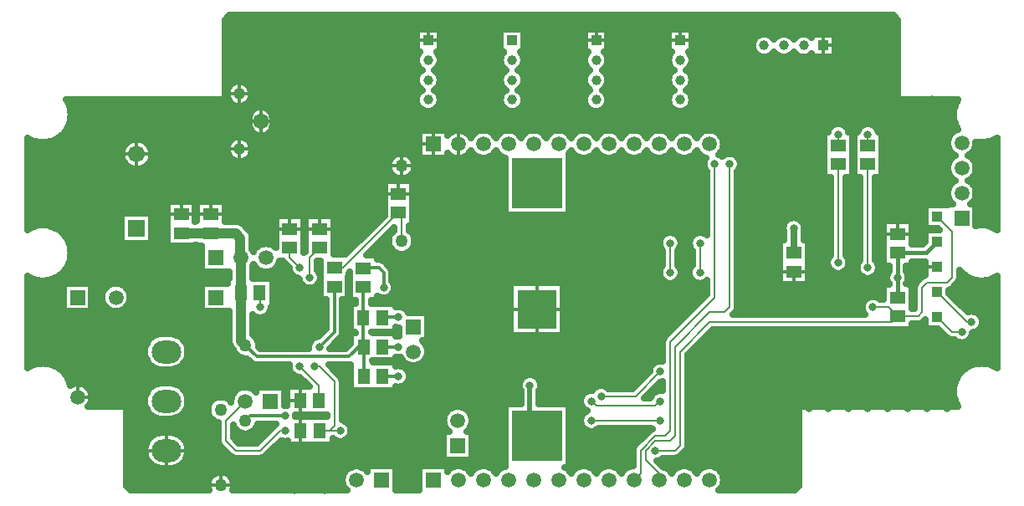
<source format=gbr>
G04 DipTrace 3.1.0.0*
G04 Bottom.gbr*
%MOIN*%
G04 #@! TF.FileFunction,Copper,L2,Bot*
G04 #@! TF.Part,Single*
G04 #@! TA.AperFunction,Conductor*
%ADD10C,0.01*%
%ADD16C,0.015*%
%ADD17C,0.007*%
G04 #@! TA.AperFunction,ViaPad*
%ADD18C,0.031496*%
G04 #@! TA.AperFunction,Conductor*
%ADD19C,0.012*%
%ADD21C,0.04*%
%ADD22C,0.02*%
G04 #@! TA.AperFunction,CopperBalancing*
%ADD24C,0.025*%
%ADD25C,0.012992*%
G04 #@! TA.AperFunction,ComponentPad*
%ADD27O,0.11811X0.090551*%
%ADD29R,0.200787X0.200787*%
%ADD30R,0.15748X0.15748*%
%ADD31R,0.059055X0.051181*%
G04 #@! TA.AperFunction,ComponentPad*
%ADD32R,0.066929X0.066929*%
%ADD33C,0.066929*%
%ADD35R,0.051181X0.059055*%
G04 #@! TA.AperFunction,ComponentPad*
%ADD36R,0.059055X0.059055*%
%ADD37C,0.059055*%
%ADD43C,0.047244*%
%ADD44C,0.062992*%
%ADD45R,0.03937X0.03937*%
%ADD46C,0.05*%
%ADD47C,0.05*%
%ADD60C,0.03937*%
%FSLAX26Y26*%
G04*
G70*
G90*
G75*
G01*
G04 Bottom*
%LPD*%
X3169291Y1732283D2*
D17*
Y1200787D1*
X2992126Y1023622D1*
Y669291D1*
X2972441Y649606D1*
X2933071D1*
X2874016Y590551D1*
Y499213D1*
X2847244Y472441D1*
X2947244D2*
Y497638D1*
X2893701Y551181D1*
Y590551D1*
X2933071Y629921D1*
X2992126D1*
X3011811Y649606D1*
Y1003937D1*
X3149606Y1141732D1*
X3208661D1*
X3228346Y1161417D1*
Y1732283D1*
X1456693Y728346D2*
D19*
X1318898D1*
X1299213Y708661D1*
X1846457Y885827D2*
X1909449D1*
Y1003937D2*
X1846457D1*
X1844488Y1120079D2*
Y1122047D1*
X1909449D1*
X1555118Y1279528D2*
D17*
Y1358268D1*
X1594488Y1397638D1*
X1476378D2*
Y1358268D1*
X1515748Y1318898D1*
X2933071Y590551D2*
X3011811D1*
X3031496Y610236D1*
Y984252D1*
X3149606Y1102362D1*
X3874016D1*
X3897638Y1125984D1*
X3799213Y1161417D2*
X3862205D1*
X3897638Y1125984D1*
X3980315D1*
X3996063Y1141732D1*
Y1240157D1*
X4015748Y1259843D1*
X4094488D1*
X4114173Y1279528D1*
Y1462992D1*
X4055118Y1522047D1*
X1653543Y1244094D2*
D19*
Y1062992D1*
X1594488Y1003937D1*
X1653543Y1318898D2*
D17*
X1688976D1*
X1909449Y1539370D1*
X1921654Y1424803D2*
Y1527165D1*
X1909449Y1539370D1*
X4192913Y1102362D2*
X4174803D1*
X4055118Y1222047D1*
X4153543Y1062992D2*
X4114173D1*
X4055118Y1122047D1*
X1358268Y1161417D2*
Y1216535D1*
X1356299Y1218504D1*
X1850394Y1240157D2*
D19*
Y1299213D1*
X1830709Y1318898D1*
X1771654D1*
X1769685Y1316929D1*
X1574803Y925197D2*
D17*
X1594488D1*
X1653543Y866142D1*
Y688976D1*
X1633858Y669291D1*
X1594488D1*
X1677165D1*
X1592520Y789370D2*
Y848425D1*
X1515748Y925197D1*
X2677165Y708661D2*
X2952756D1*
X2677165Y787402D2*
X2696850Y767717D1*
X2933071D1*
X2952756Y787402D1*
X2716535Y807087D2*
X2854331D1*
X2952756Y905512D1*
X2433071Y850394D2*
D22*
Y676697D1*
D10*
X2460161Y649606D1*
X3779528Y1807087D2*
D17*
Y1850394D1*
X3661417D2*
Y1807087D1*
X3779528Y1318898D2*
Y1732283D1*
X3661417Y1338583D2*
Y1732283D1*
X2992126Y1417323D2*
Y1299213D1*
X3110236Y1417323D2*
Y1299213D1*
X1043307Y1456693D2*
D21*
X1161417D1*
X1259843D1*
X1279528Y1437008D1*
Y1359843D1*
X1281102Y1358268D1*
Y1218898D1*
X1281496Y1218504D1*
Y1026378D1*
X1299213Y1008661D1*
X1456693Y669291D2*
D17*
X1437008D1*
X1358268Y590551D1*
X1259843D1*
X1220472Y629921D1*
Y710236D1*
X1297638Y787402D1*
X1769685Y1242126D2*
D19*
Y1120079D1*
Y1005906D1*
X1771654Y1003937D1*
Y885827D1*
Y1003937D2*
Y1023622D1*
X1712598Y964567D1*
X1343307D1*
X1299213Y1008661D1*
X3897638Y1279528D2*
D16*
Y1200787D1*
Y1377953D2*
Y1279528D1*
Y1377953D2*
X4011024D1*
X4055118Y1422047D1*
X3484252Y1377953D2*
D24*
Y1476378D1*
D18*
X3169291Y1732283D3*
X3228346D3*
X1456693Y728346D3*
X1909449Y885827D3*
Y1003937D3*
Y1122047D3*
X1555118Y1279528D3*
X1515748Y1318898D3*
X2933071Y590551D3*
X3799213Y1161417D3*
X1594488Y1003937D3*
X4192913Y1102362D3*
X4153543Y1062992D3*
X1358268Y1161417D3*
X1850394Y1240157D3*
X1574803Y925197D3*
X1677165Y669291D3*
X1515748Y925197D3*
D3*
X2677165Y708661D3*
X2952756D3*
X2677165Y787402D3*
X2952756D3*
X2716535Y807087D3*
X2952756Y905512D3*
X2433071Y850394D3*
X3779528Y1850394D3*
X3661417D3*
X3779528Y1318898D3*
X3661417Y1338583D3*
X2992126Y1417323D3*
Y1299213D3*
X3110236Y1417323D3*
Y1299213D3*
X1456693Y669291D3*
X3897638Y1279528D3*
D3*
X3484252Y1476378D3*
X3464567Y759843D3*
X3543307D3*
X3622047D3*
X3700787Y838583D3*
X3858268Y759843D3*
X3779528D3*
X3937008D3*
X4015748D3*
X4094488D3*
X3858268Y838583D3*
X3937008D3*
X4015748D3*
X4094488D3*
X3779528D3*
X3700787Y759843D3*
X3543307Y866142D3*
X3464567D3*
X3937008Y1023622D3*
X3858268D3*
X3779528D3*
X3858268Y944882D3*
X3700787Y1023622D3*
X3464567Y944882D3*
X3622047Y1023622D3*
X3937008Y944882D3*
X3543307Y1023622D3*
X3385827D3*
X3464567D3*
Y669291D3*
Y590551D3*
X3307087D3*
X3385827Y669291D3*
X3307087D3*
X3228346D3*
X3385827Y590551D3*
X3228346Y748031D3*
Y866142D3*
Y944882D3*
X3346457D3*
X1496063Y433071D3*
Y1137795D3*
X1535433D3*
Y1098425D3*
X1496063D3*
X2106299Y1043307D3*
X4035433Y1988189D3*
X3307087D3*
X3818898Y2322835D3*
X3948819Y1322835D3*
X1417323Y1279528D3*
X1948819Y472441D3*
X2283465Y688976D3*
Y787402D3*
X2566142Y848031D3*
X1614173Y433071D3*
X2565748Y805118D3*
X2283465Y551181D3*
X3051181Y1220472D3*
Y551181D3*
X2618110Y531496D3*
X2874016Y1240157D3*
X1870079Y767717D3*
X1614173Y1653543D3*
X2224409Y1043307D3*
X2283465D3*
X2460630Y1150787D3*
X2165354Y1043307D3*
X1535433Y1555118D3*
X1712598Y767717D3*
X2637795Y1240157D3*
X2834646Y531496D3*
X1358268Y1043307D3*
X1594488Y1200787D3*
X2500000Y944882D3*
X1221079Y2299836D2*
D24*
X3896987D1*
X1221079Y2274967D2*
X3896987D1*
X1221079Y2250098D2*
X1978871D1*
X2076255D2*
X2313539D1*
X2410874D2*
X2648159D1*
X2745542D2*
X2982827D1*
X3080160D2*
X3355043D1*
X3377186D2*
X3433803D1*
X3455941D2*
X3512563D1*
X3534702D2*
X3553654D1*
X3651059D2*
X3896987D1*
X1221079Y2225230D2*
X1978871D1*
X2076255D2*
X2313539D1*
X2410874D2*
X2648159D1*
X2745542D2*
X2982827D1*
X3080160D2*
X3322280D1*
X3651059D2*
X3896987D1*
X1221079Y2200361D2*
X1978871D1*
X2076255D2*
X2313539D1*
X2410874D2*
X2648159D1*
X2745542D2*
X2982827D1*
X3080160D2*
X3317690D1*
X3651059D2*
X3896987D1*
X1221079Y2175492D2*
X1989810D1*
X2065318D2*
X2324428D1*
X2399936D2*
X2659096D1*
X2734604D2*
X2993764D1*
X3069272D2*
X3327895D1*
X3651059D2*
X3896987D1*
X1221079Y2150623D2*
X1979164D1*
X2075962D2*
X2313783D1*
X2410630D2*
X2648451D1*
X2745248D2*
X2983071D1*
X3079916D2*
X3896987D1*
X1221079Y2125755D2*
X1983412D1*
X2071714D2*
X2318031D1*
X2406382D2*
X2652699D1*
X2741000D2*
X2987319D1*
X3075668D2*
X3896987D1*
X1221079Y2100886D2*
X1993764D1*
X2061362D2*
X2328432D1*
X2395982D2*
X2663051D1*
X2730650D2*
X2997719D1*
X3065268D2*
X3896987D1*
X1221079Y2076017D2*
X1979799D1*
X2075327D2*
X2314419D1*
X2409995D2*
X2649087D1*
X2744614D2*
X2983706D1*
X3079282D2*
X3896987D1*
X1221079Y2051148D2*
X1241567D1*
X1307260D2*
X1981655D1*
X2073471D2*
X2316323D1*
X2408091D2*
X2650942D1*
X2742759D2*
X2985610D1*
X3077378D2*
X3896987D1*
X1323423Y2026280D2*
X1998940D1*
X2056186D2*
X2333608D1*
X2390806D2*
X2668227D1*
X2725474D2*
X3002895D1*
X3060092D2*
X3896987D1*
X1324302Y2001411D2*
X1980824D1*
X2074302D2*
X2315444D1*
X2408970D2*
X2650112D1*
X2743588D2*
X2984731D1*
X3078256D2*
X3896987D1*
X595054Y1976542D2*
X1237123D1*
X1311703D2*
X1980386D1*
X2074740D2*
X2315004D1*
X2409408D2*
X2649672D1*
X2744028D2*
X2984291D1*
X3078696D2*
X4129360D1*
X603354Y1951673D2*
X1332339D1*
X1388950D2*
X1996791D1*
X2058335D2*
X2331459D1*
X2392954D2*
X2666079D1*
X2727622D2*
X3000747D1*
X3062240D2*
X4121059D1*
X605650Y1926804D2*
X1313930D1*
X1407310D2*
X4118764D1*
X602280Y1901936D2*
X1311978D1*
X1409311D2*
X4122134D1*
X592710Y1877067D2*
X1313735D1*
X1407504D2*
X3626186D1*
X3696664D2*
X3744252D1*
X3814780D2*
X4131703D1*
X574692Y1852198D2*
X1331264D1*
X1389975D2*
X1988735D1*
X2187730D2*
X2206752D1*
X2287730D2*
X2306752D1*
X2387730D2*
X2406752D1*
X2487730D2*
X2506752D1*
X2587730D2*
X2606752D1*
X2687730D2*
X2706752D1*
X2787730D2*
X2806752D1*
X2887730D2*
X2906752D1*
X2987730D2*
X3006752D1*
X3087730D2*
X3106752D1*
X3187730D2*
X3602895D1*
X3838071D2*
X4108510D1*
X433726Y1827329D2*
X445261D1*
X538999D2*
X841371D1*
X890903D2*
X1239419D1*
X1312534D2*
X1988735D1*
X3203354D2*
X3602895D1*
X3838071D2*
X4096255D1*
X4279184D2*
X4290702D1*
X433726Y1802461D2*
X812222D1*
X920102D2*
X1226235D1*
X1325766D2*
X1988735D1*
X3205112D2*
X3602895D1*
X3838071D2*
X4096646D1*
X4210483D2*
X4290688D1*
X433726Y1777592D2*
X803970D1*
X928306D2*
X1226822D1*
X1325180D2*
X1988735D1*
X3194711D2*
X3602895D1*
X3838071D2*
X4110024D1*
X4197055D2*
X4290688D1*
X433726Y1752723D2*
X806752D1*
X925522D2*
X1242251D1*
X1309702D2*
X1875894D1*
X1967416D2*
X2330874D1*
X2589634D2*
X3129848D1*
X3267807D2*
X3602895D1*
X3838071D2*
X4108950D1*
X4198130D2*
X4290688D1*
X433726Y1727854D2*
X822719D1*
X909604D2*
X1867739D1*
X1975571D2*
X2330874D1*
X2589634D2*
X3124770D1*
X3272836D2*
X3602895D1*
X3838071D2*
X4096352D1*
X4210727D2*
X4290688D1*
X433726Y1702986D2*
X1872524D1*
X1970786D2*
X2330874D1*
X2589634D2*
X3136343D1*
X3261264D2*
X3602895D1*
X3838071D2*
X4096499D1*
X4210580D2*
X4290688D1*
X433726Y1678117D2*
X1897427D1*
X1945883D2*
X2330874D1*
X2589634D2*
X3136831D1*
X3260824D2*
X3628920D1*
X3693882D2*
X3747035D1*
X3811996D2*
X4109535D1*
X4197543D2*
X4290688D1*
X433726Y1653248D2*
X1850942D1*
X1967954D2*
X2330874D1*
X2589634D2*
X3136831D1*
X3260824D2*
X3628920D1*
X3693882D2*
X3747035D1*
X3811996D2*
X4109438D1*
X4197642D2*
X4290688D1*
X433726Y1628379D2*
X1850942D1*
X1967954D2*
X2330874D1*
X2589634D2*
X3136831D1*
X3260824D2*
X3628920D1*
X3693882D2*
X3747035D1*
X3811996D2*
X4096450D1*
X4210630D2*
X4290688D1*
X433726Y1603510D2*
X1850942D1*
X1967954D2*
X2330874D1*
X2589634D2*
X3136831D1*
X3260824D2*
X3628920D1*
X3693882D2*
X3747035D1*
X3811996D2*
X4096402D1*
X4210727D2*
X4290688D1*
X433726Y1578642D2*
X984780D1*
X1219955D2*
X1850942D1*
X1967954D2*
X2330874D1*
X2589634D2*
X3136831D1*
X3260824D2*
X3628920D1*
X3693882D2*
X3747035D1*
X3811996D2*
X4109096D1*
X4198031D2*
X4290688D1*
X433726Y1553773D2*
X984780D1*
X1219955D2*
X1850942D1*
X1967954D2*
X2330874D1*
X2589634D2*
X3136831D1*
X3260824D2*
X3628920D1*
X3693882D2*
X3747035D1*
X3811996D2*
X4006459D1*
X4212046D2*
X4290688D1*
X433726Y1528904D2*
X803676D1*
X928598D2*
X984780D1*
X1219955D2*
X1850942D1*
X1967954D2*
X3136831D1*
X3260824D2*
X3628920D1*
X3693882D2*
X3747035D1*
X3811996D2*
X4006459D1*
X4212046D2*
X4290688D1*
X433726Y1504035D2*
X803676D1*
X928598D2*
X984780D1*
X1219955D2*
X1417836D1*
X1653012D2*
X1829214D1*
X1967954D2*
X3136831D1*
X3260824D2*
X3449819D1*
X3518686D2*
X3628920D1*
X3693882D2*
X3747035D1*
X3811996D2*
X3839126D1*
X3956138D2*
X4006459D1*
X4212046D2*
X4290688D1*
X433726Y1479167D2*
X443896D1*
X540318D2*
X803676D1*
X928598D2*
X984780D1*
X1305600D2*
X1417836D1*
X1653012D2*
X1804360D1*
X1954135D2*
X3136831D1*
X3260824D2*
X3439614D1*
X3528891D2*
X3628920D1*
X3693882D2*
X3747035D1*
X3811996D2*
X3839126D1*
X3956138D2*
X4006459D1*
X4280503D2*
X4290680D1*
X575278Y1454298D2*
X803676D1*
X928598D2*
X984780D1*
X1325180D2*
X1417836D1*
X1653012D2*
X1779458D1*
X1869272D2*
X1876925D1*
X1966343D2*
X2969203D1*
X3015024D2*
X3087319D1*
X3260824D2*
X3442787D1*
X3525718D2*
X3628920D1*
X3693882D2*
X3747035D1*
X3811996D2*
X3839126D1*
X3956138D2*
X4006459D1*
X593051Y1429429D2*
X803676D1*
X928598D2*
X984780D1*
X1328500D2*
X1417836D1*
X1653012D2*
X1754604D1*
X1844419D2*
X1867886D1*
X1975424D2*
X2949135D1*
X3035092D2*
X3067251D1*
X3260824D2*
X3425747D1*
X3542759D2*
X3628920D1*
X3693882D2*
X3747035D1*
X3811996D2*
X3839126D1*
X3956138D2*
X4006459D1*
X602427Y1404560D2*
X1122572D1*
X1328500D2*
X1347035D1*
X1653012D2*
X1729751D1*
X1819516D2*
X1871791D1*
X1971518D2*
X2949379D1*
X3034898D2*
X3067495D1*
X3260824D2*
X3425747D1*
X3542759D2*
X3628920D1*
X3693882D2*
X3747035D1*
X3811996D2*
X3839126D1*
X605650Y1379692D2*
X1122572D1*
X1653012D2*
X1704898D1*
X1794663D2*
X1894350D1*
X1948959D2*
X2959634D1*
X3024594D2*
X3077748D1*
X3260824D2*
X3425747D1*
X3542759D2*
X3628920D1*
X3693882D2*
X3747035D1*
X3811996D2*
X3839126D1*
X603256Y1354823D2*
X1122572D1*
X1828207D2*
X2959634D1*
X3024594D2*
X3077748D1*
X3260824D2*
X3425747D1*
X3542759D2*
X3619936D1*
X3702915D2*
X3747035D1*
X3811996D2*
X3839126D1*
X594760Y1329954D2*
X1122572D1*
X1431919D2*
X1459780D1*
X1868100D2*
X2959634D1*
X3024594D2*
X3077748D1*
X3260824D2*
X3425747D1*
X3542759D2*
X3617592D1*
X3705259D2*
X3736244D1*
X3822787D2*
X3839143D1*
X3956138D2*
X4006459D1*
X578451Y1305085D2*
X1122572D1*
X1330063D2*
X1361000D1*
X1401206D2*
X1473354D1*
X1884848D2*
X2947818D1*
X3036459D2*
X3065883D1*
X3260824D2*
X3425747D1*
X3542759D2*
X3633168D1*
X3689634D2*
X3737123D1*
X3821958D2*
X3861147D1*
X3934115D2*
X4006459D1*
X547348Y1280217D2*
X1232143D1*
X1330063D2*
X1496255D1*
X1885386D2*
X2951919D1*
X3032358D2*
X3069986D1*
X3260824D2*
X3425747D1*
X3542759D2*
X3760072D1*
X3799008D2*
X3852895D1*
X3942367D2*
X3991226D1*
X4146664D2*
X4177066D1*
X433726Y1255348D2*
X571402D1*
X688462D2*
X768276D1*
X798667D2*
X1122572D1*
X1410874D2*
X1517983D1*
X1892319D2*
X2352554D1*
X2568003D2*
X3136831D1*
X3260824D2*
X3425747D1*
X3542759D2*
X3860512D1*
X3934751D2*
X3967739D1*
X4134898D2*
X4290688D1*
X433726Y1230479D2*
X571402D1*
X688462D2*
X733462D1*
X833482D2*
X1122572D1*
X1410874D2*
X1595034D1*
X1894028D2*
X2352554D1*
X2568003D2*
X3136831D1*
X3260824D2*
X3839126D1*
X4103794D2*
X4290688D1*
X433726Y1205610D2*
X571402D1*
X688462D2*
X725160D1*
X841782D2*
X1122572D1*
X1410874D2*
X1595034D1*
X1877182D2*
X2352554D1*
X2568003D2*
X3129214D1*
X3260824D2*
X3839126D1*
X4116440D2*
X4290688D1*
X433726Y1180741D2*
X571402D1*
X688462D2*
X728676D1*
X838266D2*
X1122572D1*
X1410874D2*
X1618570D1*
X1688510D2*
X1734682D1*
X1804672D2*
X2352554D1*
X2568003D2*
X3104360D1*
X3260824D2*
X3759146D1*
X4141343D2*
X4290688D1*
X433726Y1155873D2*
X571402D1*
X688462D2*
X747475D1*
X819467D2*
X1122572D1*
X1402622D2*
X1618570D1*
X1688510D2*
X1715102D1*
X1937240D2*
X2352554D1*
X2568003D2*
X3079458D1*
X3260287D2*
X3754848D1*
X4166196D2*
X4290688D1*
X433726Y1131004D2*
X1232534D1*
X1390072D2*
X1618570D1*
X1688510D2*
X1715102D1*
X2027035D2*
X2352554D1*
X2568003D2*
X3054604D1*
X4226450D2*
X4290688D1*
X433726Y1106135D2*
X1232534D1*
X1330454D2*
X1618570D1*
X1688510D2*
X1715102D1*
X2027035D2*
X2352554D1*
X2568003D2*
X3029751D1*
X4237486D2*
X4290688D1*
X433726Y1081266D2*
X1232534D1*
X1330454D2*
X1618570D1*
X1688510D2*
X1715102D1*
X2027035D2*
X2352554D1*
X2568003D2*
X3004898D1*
X3956138D2*
X4006459D1*
X4232016D2*
X4290688D1*
X433726Y1056398D2*
X1232534D1*
X1330454D2*
X1598500D1*
X1687827D2*
X1717055D1*
X1901059D2*
X1909946D1*
X2027035D2*
X2352554D1*
X2568003D2*
X2979995D1*
X3148520D2*
X4075894D1*
X4197787D2*
X4290688D1*
X433726Y1031529D2*
X913979D1*
X1054526D2*
X1232534D1*
X1347836D2*
X1560024D1*
X1670492D2*
X1717055D1*
X2027035D2*
X2960707D1*
X3123667D2*
X4122866D1*
X4184214D2*
X4290688D1*
X433726Y1006660D2*
X899770D1*
X1068735D2*
X1236928D1*
X1353159D2*
X1549819D1*
X1645639D2*
X1706264D1*
X2022348D2*
X2959634D1*
X3098814D2*
X4290688D1*
X433726Y981791D2*
X896255D1*
X1072251D2*
X1252798D1*
X2026987D2*
X2959634D1*
X3073911D2*
X4290688D1*
X433726Y956923D2*
X901626D1*
X1066879D2*
X1302504D1*
X1901059D2*
X1917104D1*
X2019907D2*
X2959634D1*
X3063999D2*
X4290688D1*
X433726Y932054D2*
X454262D1*
X529966D2*
X918715D1*
X1049790D2*
X1471547D1*
X1632504D2*
X1717055D1*
X1901059D2*
X1945668D1*
X1991343D2*
X2917398D1*
X3063999D2*
X4194448D1*
X4270151D2*
X4290688D1*
X571226Y907185D2*
X1475063D1*
X1657407D2*
X1717055D1*
X1948374D2*
X2908071D1*
X3063999D2*
X4153188D1*
X590806Y882316D2*
X1513735D1*
X1681283D2*
X1717055D1*
X1954038D2*
X2402895D1*
X2463218D2*
X2884682D1*
X3063999D2*
X4133608D1*
X601352Y857448D2*
X613604D1*
X646226D2*
X952358D1*
X1016147D2*
X1538588D1*
X1686020D2*
X1717055D1*
X1943247D2*
X2388930D1*
X2477231D2*
X2859780D1*
X2949594D2*
X2959660D1*
X3063999D2*
X4123062D1*
X680112Y832579D2*
X912222D1*
X1056283D2*
X1262026D1*
X1686020D2*
X1717055D1*
X1901059D2*
X2392251D1*
X2473862D2*
X2680336D1*
X2924740D2*
X2959634D1*
X3063999D2*
X4118862D1*
X688266Y807710D2*
X899135D1*
X1069370D2*
X1242934D1*
X1686020D2*
X2394106D1*
X2472055D2*
X2637612D1*
X2899839D2*
X2913239D1*
X3063999D2*
X4120375D1*
X684654Y782841D2*
X896352D1*
X1072154D2*
X1156508D1*
X1686020D2*
X2394106D1*
X2472055D2*
X2632680D1*
X3063999D2*
X4127798D1*
X827378Y757972D2*
X902504D1*
X1066000D2*
X1147084D1*
X1686020D2*
X2113832D1*
X2177475D2*
X2330874D1*
X2589634D2*
X2644350D1*
X3063999D2*
X3503286D1*
X827378Y733104D2*
X921059D1*
X1047446D2*
X1150698D1*
X1501156D2*
X1621059D1*
X1686020D2*
X2092007D1*
X2199302D2*
X2330874D1*
X2589634D2*
X2640199D1*
X3063999D2*
X3503286D1*
X827378Y708235D2*
X1172427D1*
X1696030D2*
X2087172D1*
X2204135D2*
X2330874D1*
X2589634D2*
X2632436D1*
X3063999D2*
X3503286D1*
X827378Y683366D2*
X1188003D1*
X1346567D2*
X1406167D1*
X1719467D2*
X2094008D1*
X2197348D2*
X2330874D1*
X2589634D2*
X2640835D1*
X3063999D2*
X3503286D1*
X827378Y658497D2*
X944887D1*
X1023618D2*
X1188003D1*
X1252963D2*
X1285072D1*
X1313315D2*
X1381314D1*
X1720492D2*
X2087172D1*
X2204184D2*
X2330874D1*
X2589634D2*
X2897084D1*
X3063999D2*
X3503286D1*
X827378Y633629D2*
X910562D1*
X1057944D2*
X1188003D1*
X1261655D2*
X1356459D1*
X1702280D2*
X2087172D1*
X2204184D2*
X2330874D1*
X2589634D2*
X2872182D1*
X3063999D2*
X3503286D1*
X827378Y608760D2*
X898550D1*
X1069955D2*
X1196743D1*
X1421371D2*
X2087172D1*
X2204184D2*
X2330874D1*
X2589634D2*
X2847719D1*
X3063950D2*
X3503286D1*
X827378Y583891D2*
X896499D1*
X1072007D2*
X1221596D1*
X1396518D2*
X2087172D1*
X2204184D2*
X2330874D1*
X2589634D2*
X2841518D1*
X3050034D2*
X3503286D1*
X827378Y559022D2*
X903482D1*
X1065024D2*
X2087172D1*
X2204184D2*
X2330874D1*
X2589634D2*
X2841518D1*
X2963656D2*
X3503286D1*
X827378Y534154D2*
X923598D1*
X1044907D2*
X2330874D1*
X2589634D2*
X2841518D1*
X2955650D2*
X3503286D1*
X827378Y509285D2*
X1696646D1*
X1899839D2*
X1988735D1*
X2191928D2*
X2202554D1*
X2291928D2*
X2302554D1*
X2591928D2*
X2602554D1*
X2691928D2*
X2702554D1*
X2791928D2*
X2802554D1*
X2991928D2*
X3002554D1*
X3091928D2*
X3102554D1*
X3191928D2*
X3503286D1*
X827378Y484416D2*
X1157680D1*
X1243882D2*
X1684096D1*
X1899839D2*
X1988735D1*
X3204478D2*
X3503286D1*
X827378Y459547D2*
X1147231D1*
X1254331D2*
X1684340D1*
X1899839D2*
X1988735D1*
X3204282D2*
X3503286D1*
X841343Y434678D2*
X1150063D1*
X1251499D2*
X1697475D1*
X1899839D2*
X1988735D1*
X3191147D2*
X3489370D1*
X970495Y912486D2*
X959245Y913367D1*
X948295Y915997D1*
X937891Y920307D1*
X928289Y926190D1*
X919724Y933504D1*
X912411Y942068D1*
X906528Y951671D1*
X902218Y962075D1*
X899588Y973025D1*
X898705Y984252D1*
X899588Y995479D1*
X902218Y1006429D1*
X906528Y1016833D1*
X912411Y1026436D1*
X919724Y1035000D1*
X928289Y1042314D1*
X937891Y1048197D1*
X948295Y1052507D1*
X959245Y1055136D1*
X970472Y1056020D1*
X1003663Y1055798D1*
X1014785Y1054037D1*
X1025496Y1050556D1*
X1035530Y1045444D1*
X1044640Y1038824D1*
X1052604Y1030861D1*
X1059223Y1021751D1*
X1064336Y1011717D1*
X1067816Y1001005D1*
X1069577Y989883D1*
Y978621D1*
X1067816Y967499D1*
X1064336Y956787D1*
X1059223Y946753D1*
X1052604Y937643D1*
X1044640Y929680D1*
X1035530Y923060D1*
X1025496Y917948D1*
X1014785Y914467D1*
X1003663Y912706D1*
X970472Y912533D1*
X970495Y715635D2*
X959245Y716517D1*
X948295Y719147D1*
X937891Y723457D1*
X928289Y729340D1*
X919724Y736654D1*
X912411Y745218D1*
X906528Y754820D1*
X902218Y765224D1*
X899588Y776175D1*
X898705Y787402D1*
X899588Y798629D1*
X902218Y809579D1*
X906528Y819983D1*
X912411Y829585D1*
X919724Y838150D1*
X928289Y845463D1*
X937891Y851346D1*
X948295Y855656D1*
X959245Y858286D1*
X970472Y859169D1*
X1003663Y858948D1*
X1014785Y857186D1*
X1025496Y853706D1*
X1035530Y848593D1*
X1044640Y841974D1*
X1052604Y834010D1*
X1059223Y824900D1*
X1064336Y814866D1*
X1067816Y804155D1*
X1069577Y793033D1*
Y781770D1*
X1067816Y770648D1*
X1064336Y759937D1*
X1059223Y749903D1*
X1052604Y740793D1*
X1044640Y732829D1*
X1035530Y726210D1*
X1025496Y721097D1*
X1014785Y717617D1*
X1003663Y715856D1*
X970472Y715682D1*
X970480Y518787D2*
X960735Y519448D1*
X950954Y521488D1*
X941551Y524869D1*
X932709Y529522D1*
X924598Y535358D1*
X917378Y542265D1*
X911186Y550108D1*
X906143Y558734D1*
X902348Y567976D1*
X899873Y577656D1*
X898766Y587587D1*
X899050Y597575D1*
X900717Y607427D1*
X903738Y616951D1*
X908050Y625965D1*
X913573Y634291D1*
X920201Y641769D1*
X927801Y648255D1*
X936228Y653622D1*
X945320Y657768D1*
X954900Y660609D1*
X964781Y662093D1*
X980472Y662319D1*
X1004824Y661997D1*
X1014681Y660361D1*
X1024215Y657371D1*
X1033243Y653088D1*
X1041587Y647592D1*
X1049087Y640990D1*
X1055597Y633409D1*
X1060992Y624999D1*
X1065165Y615920D1*
X1068038Y606350D1*
X1069554Y596474D1*
X1069756Y588051D1*
X1068714Y578114D1*
X1066301Y568417D1*
X1062566Y559151D1*
X1057579Y550492D1*
X1051438Y542610D1*
X1044261Y535657D1*
X1036189Y529768D1*
X1027378Y525058D1*
X1017997Y521617D1*
X1008230Y519512D1*
X998031Y518783D1*
X970472Y518793D1*
X2345886Y776492D2*
X2396618D1*
X2396579Y829139D1*
X2394046Y834230D1*
X2391997Y840533D1*
X2390961Y847080D1*
Y853707D1*
X2391997Y860255D1*
X2394046Y866558D1*
X2397055Y872465D1*
X2400951Y877827D1*
X2405638Y882513D1*
X2411000Y886409D1*
X2416907Y889419D1*
X2423210Y891467D1*
X2429757Y892504D1*
X2436385D1*
X2442932Y891467D1*
X2449235Y889419D1*
X2455142Y886409D1*
X2460504Y882513D1*
X2465190Y877827D1*
X2469087Y872465D1*
X2472096Y866558D1*
X2474144Y860255D1*
X2475181Y853707D1*
Y847080D1*
X2474144Y840533D1*
X2472096Y834230D1*
X2469549Y829148D1*
X2469563Y776517D1*
X2587157Y776492D1*
Y522720D1*
X2571972D1*
X2580172Y517762D1*
X2586856Y512052D1*
X2592566Y505369D1*
X2597238Y497702D1*
X2601923Y505369D1*
X2607633Y512052D1*
X2614316Y517762D1*
X2621812Y522354D1*
X2629933Y525719D1*
X2638480Y527770D1*
X2647244Y528461D1*
X2656008Y527770D1*
X2664555Y525719D1*
X2672676Y522354D1*
X2680172Y517762D1*
X2686856Y512052D1*
X2692566Y505369D1*
X2697238Y497702D1*
X2701923Y505369D1*
X2707633Y512052D1*
X2714316Y517762D1*
X2721812Y522354D1*
X2729933Y525719D1*
X2738480Y527770D1*
X2747244Y528461D1*
X2756008Y527770D1*
X2764555Y525719D1*
X2772676Y522354D1*
X2780172Y517762D1*
X2786856Y512052D1*
X2792566Y505369D1*
X2797238Y497702D1*
X2801923Y505369D1*
X2807633Y512052D1*
X2814316Y517762D1*
X2821812Y522354D1*
X2829933Y525719D1*
X2838480Y527770D1*
X2844034Y528335D1*
X2844115Y592904D1*
X2845491Y599819D1*
X2848444Y606222D1*
X2852808Y611759D1*
X2853058Y611990D1*
X2913592Y672412D1*
X2919454Y676329D1*
X2921965Y677453D1*
X2915256Y678669D1*
X2706907D1*
X2701993Y674488D1*
X2696343Y671025D1*
X2690218Y668488D1*
X2683773Y666941D1*
X2677165Y666421D1*
X2670558Y666941D1*
X2664113Y668488D1*
X2657988Y671025D1*
X2652337Y674488D1*
X2647297Y678793D1*
X2642992Y683833D1*
X2639529Y689484D1*
X2636992Y695609D1*
X2635445Y702054D1*
X2634925Y708661D1*
X2635445Y715269D1*
X2636992Y721714D1*
X2639529Y727839D1*
X2642992Y733490D1*
X2647297Y738530D1*
X2652337Y742835D1*
X2657988Y746298D1*
X2661888Y748013D1*
X2655094Y751386D1*
X2649732Y755282D1*
X2645046Y759969D1*
X2641150Y765331D1*
X2638140Y771238D1*
X2636092Y777541D1*
X2635055Y784088D1*
Y790715D1*
X2636092Y797262D1*
X2638140Y803566D1*
X2641150Y809472D1*
X2645046Y814835D1*
X2649732Y819521D1*
X2655094Y823417D1*
X2661001Y826427D1*
X2667304Y828475D1*
X2673852Y829512D1*
X2680724Y829483D1*
X2684416Y834520D1*
X2689102Y839206D1*
X2694465Y843102D1*
X2700371Y846112D1*
X2706675Y848160D1*
X2713222Y849197D1*
X2719849D1*
X2726396Y848160D1*
X2732699Y846112D1*
X2738606Y843102D1*
X2743969Y839206D1*
X2746280Y837070D1*
X2841962Y837133D1*
X2910497Y905669D1*
X2911035Y912119D1*
X2912583Y918564D1*
X2915119Y924689D1*
X2918583Y930340D1*
X2922887Y935381D1*
X2927928Y939685D1*
X2933579Y943148D1*
X2939703Y945685D1*
X2946148Y947232D1*
X2952756Y947752D1*
X2959364Y947232D1*
X2962147Y946678D1*
X2962226Y1025975D1*
X2963602Y1032890D1*
X2966554Y1039293D1*
X2970919Y1044829D1*
X2971168Y1045060D1*
X3139299Y1213287D1*
Y1268512D1*
X3132307Y1263197D1*
X3126400Y1260188D1*
X3120097Y1258139D1*
X3113550Y1257102D1*
X3106923D1*
X3100375Y1258139D1*
X3094072Y1260188D1*
X3088165Y1263197D1*
X3082803Y1267093D1*
X3078117Y1271780D1*
X3074220Y1277142D1*
X3071211Y1283049D1*
X3069163Y1289352D1*
X3068126Y1295899D1*
Y1302526D1*
X3069163Y1309073D1*
X3071211Y1315377D1*
X3074220Y1321283D1*
X3078117Y1326646D1*
X3080253Y1328957D1*
X3080244Y1387543D1*
X3076063Y1392495D1*
X3072600Y1398146D1*
X3070063Y1404270D1*
X3068516Y1410715D1*
X3067996Y1417323D1*
X3068516Y1423930D1*
X3070063Y1430375D1*
X3072600Y1436500D1*
X3076063Y1442151D1*
X3080367Y1447192D1*
X3085408Y1451496D1*
X3091059Y1454959D1*
X3097184Y1457496D1*
X3103629Y1459043D1*
X3110236Y1459563D1*
X3116844Y1459043D1*
X3123289Y1457496D1*
X3129413Y1454959D1*
X3135064Y1451496D1*
X3139315Y1447921D1*
X3139299Y1702496D1*
X3135118Y1707455D1*
X3131655Y1713106D1*
X3129118Y1719231D1*
X3127571Y1725676D1*
X3127051Y1732283D1*
X3127571Y1738891D1*
X3129118Y1745336D1*
X3131655Y1751461D1*
X3134665Y1756433D1*
X3125806Y1759268D1*
X3117974Y1763259D1*
X3110862Y1768427D1*
X3104647Y1774642D1*
X3099479Y1781753D1*
X3097157Y1785592D1*
X3092566Y1778096D1*
X3086856Y1771412D1*
X3080172Y1765702D1*
X3072676Y1761110D1*
X3064555Y1757745D1*
X3056008Y1755694D1*
X3047244Y1755004D1*
X3038480Y1755694D1*
X3029933Y1757745D1*
X3021812Y1761110D1*
X3014316Y1765702D1*
X3007633Y1771412D1*
X3001923Y1778096D1*
X2997251Y1785762D1*
X2992566Y1778096D1*
X2986856Y1771412D1*
X2980172Y1765702D1*
X2972676Y1761110D1*
X2964555Y1757745D1*
X2956008Y1755694D1*
X2947244Y1755004D1*
X2938480Y1755694D1*
X2929933Y1757745D1*
X2921812Y1761110D1*
X2914316Y1765702D1*
X2907633Y1771412D1*
X2901923Y1778096D1*
X2897251Y1785762D1*
X2892566Y1778096D1*
X2886856Y1771412D1*
X2880172Y1765702D1*
X2872676Y1761110D1*
X2864555Y1757745D1*
X2856008Y1755694D1*
X2847244Y1755004D1*
X2838480Y1755694D1*
X2829933Y1757745D1*
X2821812Y1761110D1*
X2814316Y1765702D1*
X2807633Y1771412D1*
X2801923Y1778096D1*
X2797251Y1785762D1*
X2792566Y1778096D1*
X2786856Y1771412D1*
X2780172Y1765702D1*
X2772676Y1761110D1*
X2764555Y1757745D1*
X2756008Y1755694D1*
X2747244Y1755004D1*
X2738480Y1755694D1*
X2729933Y1757745D1*
X2721812Y1761110D1*
X2714316Y1765702D1*
X2707633Y1771412D1*
X2701923Y1778096D1*
X2697251Y1785762D1*
X2692566Y1778096D1*
X2686856Y1771412D1*
X2680172Y1765702D1*
X2672676Y1761110D1*
X2664555Y1757745D1*
X2656008Y1755694D1*
X2647244Y1755004D1*
X2638480Y1755694D1*
X2629933Y1757745D1*
X2621812Y1761110D1*
X2614316Y1765702D1*
X2607633Y1771412D1*
X2601923Y1778096D1*
X2597251Y1785762D1*
X2592566Y1778096D1*
X2587147Y1771727D1*
X2587157Y1530594D1*
X2333386D1*
Y1756718D1*
X2325806Y1759268D1*
X2317974Y1763259D1*
X2310862Y1768427D1*
X2304647Y1774642D1*
X2299479Y1781753D1*
X2297157Y1785592D1*
X2292566Y1778096D1*
X2286856Y1771412D1*
X2280172Y1765702D1*
X2272676Y1761110D1*
X2264555Y1757745D1*
X2256008Y1755694D1*
X2247244Y1755004D1*
X2238480Y1755694D1*
X2229933Y1757745D1*
X2221812Y1761110D1*
X2214316Y1765702D1*
X2207633Y1771412D1*
X2201923Y1778096D1*
X2197251Y1785762D1*
X2192681Y1778257D1*
X2187900Y1772484D1*
X2182392Y1767403D1*
X2176256Y1763101D1*
X2169600Y1759657D1*
X2162543Y1757134D1*
X2155213Y1755573D1*
X2147740Y1755007D1*
X2140257Y1755441D1*
X2132902Y1756871D1*
X2125801Y1759270D1*
X2119085Y1762596D1*
X2112873Y1766787D1*
X2107276Y1771772D1*
X2103268Y1776344D1*
X2103264Y1755004D1*
X1991224D1*
Y1867043D1*
X2103264D1*
Y1845724D1*
X2109448Y1852371D1*
X2115304Y1857046D1*
X2121734Y1860898D1*
X2128619Y1863857D1*
X2135837Y1865870D1*
X2143261Y1866902D1*
X2150755Y1866933D1*
X2158186Y1865965D1*
X2165423Y1864012D1*
X2172333Y1861112D1*
X2178794Y1857314D1*
X2184690Y1852689D1*
X2189917Y1847318D1*
X2194379Y1841297D1*
X2197331Y1836455D1*
X2201923Y1843951D1*
X2207633Y1850635D1*
X2214316Y1856345D1*
X2221812Y1860937D1*
X2229933Y1864302D1*
X2238480Y1866353D1*
X2247244Y1867043D1*
X2256008Y1866353D1*
X2264555Y1864302D1*
X2272676Y1860937D1*
X2280172Y1856345D1*
X2286856Y1850635D1*
X2292566Y1843951D1*
X2297238Y1836285D1*
X2301923Y1843951D1*
X2307633Y1850635D1*
X2314316Y1856345D1*
X2321812Y1860937D1*
X2329933Y1864302D1*
X2338480Y1866353D1*
X2347244Y1867043D1*
X2356008Y1866353D1*
X2364555Y1864302D1*
X2372676Y1860937D1*
X2380172Y1856345D1*
X2386856Y1850635D1*
X2392566Y1843951D1*
X2397238Y1836285D1*
X2401923Y1843951D1*
X2407633Y1850635D1*
X2414316Y1856345D1*
X2421812Y1860937D1*
X2429933Y1864302D1*
X2438480Y1866353D1*
X2447244Y1867043D1*
X2456008Y1866353D1*
X2464555Y1864302D1*
X2472676Y1860937D1*
X2480172Y1856345D1*
X2486856Y1850635D1*
X2492566Y1843951D1*
X2497238Y1836285D1*
X2501923Y1843951D1*
X2507633Y1850635D1*
X2514316Y1856345D1*
X2521812Y1860937D1*
X2529933Y1864302D1*
X2538480Y1866353D1*
X2547244Y1867043D1*
X2556008Y1866353D1*
X2564555Y1864302D1*
X2572676Y1860937D1*
X2580172Y1856345D1*
X2586856Y1850635D1*
X2592566Y1843951D1*
X2597238Y1836285D1*
X2601923Y1843951D1*
X2607633Y1850635D1*
X2614316Y1856345D1*
X2621812Y1860937D1*
X2629933Y1864302D1*
X2638480Y1866353D1*
X2647244Y1867043D1*
X2656008Y1866353D1*
X2664555Y1864302D1*
X2672676Y1860937D1*
X2680172Y1856345D1*
X2686856Y1850635D1*
X2692566Y1843951D1*
X2697238Y1836285D1*
X2701923Y1843951D1*
X2707633Y1850635D1*
X2714316Y1856345D1*
X2721812Y1860937D1*
X2729933Y1864302D1*
X2738480Y1866353D1*
X2747244Y1867043D1*
X2756008Y1866353D1*
X2764555Y1864302D1*
X2772676Y1860937D1*
X2780172Y1856345D1*
X2786856Y1850635D1*
X2792566Y1843951D1*
X2797238Y1836285D1*
X2801923Y1843951D1*
X2807633Y1850635D1*
X2814316Y1856345D1*
X2821812Y1860937D1*
X2829933Y1864302D1*
X2838480Y1866353D1*
X2847244Y1867043D1*
X2856008Y1866353D1*
X2864555Y1864302D1*
X2872676Y1860937D1*
X2880172Y1856345D1*
X2886856Y1850635D1*
X2892566Y1843951D1*
X2897238Y1836285D1*
X2901923Y1843951D1*
X2907633Y1850635D1*
X2914316Y1856345D1*
X2921812Y1860937D1*
X2929933Y1864302D1*
X2938480Y1866353D1*
X2947244Y1867043D1*
X2956008Y1866353D1*
X2964555Y1864302D1*
X2972676Y1860937D1*
X2980172Y1856345D1*
X2986856Y1850635D1*
X2992566Y1843951D1*
X2997238Y1836285D1*
X3001923Y1843951D1*
X3007633Y1850635D1*
X3014316Y1856345D1*
X3021812Y1860937D1*
X3029933Y1864302D1*
X3038480Y1866353D1*
X3047244Y1867043D1*
X3056008Y1866353D1*
X3064555Y1864302D1*
X3072676Y1860937D1*
X3080172Y1856345D1*
X3086856Y1850635D1*
X3092566Y1843951D1*
X3097238Y1836285D1*
X3101923Y1843951D1*
X3107633Y1850635D1*
X3114316Y1856345D1*
X3121812Y1860937D1*
X3129933Y1864302D1*
X3138480Y1866353D1*
X3147244Y1867043D1*
X3156008Y1866353D1*
X3164555Y1864302D1*
X3172676Y1860937D1*
X3180172Y1856345D1*
X3186856Y1850635D1*
X3192566Y1843951D1*
X3197157Y1836455D1*
X3200522Y1828335D1*
X3202573Y1819787D1*
X3203264Y1811024D1*
X3202573Y1802260D1*
X3200522Y1793713D1*
X3197157Y1785592D1*
X3192566Y1778096D1*
X3186339Y1770933D1*
X3191362Y1768299D1*
X3196724Y1764403D1*
X3198807Y1762478D1*
X3203518Y1766457D1*
X3209169Y1769920D1*
X3215294Y1772457D1*
X3221739Y1774004D1*
X3228346Y1774524D1*
X3234954Y1774004D1*
X3241399Y1772457D1*
X3247524Y1769920D1*
X3253175Y1766457D1*
X3258215Y1762152D1*
X3262520Y1757112D1*
X3265983Y1751461D1*
X3268520Y1745336D1*
X3270067Y1738891D1*
X3270587Y1732283D1*
X3270067Y1725676D1*
X3268520Y1719231D1*
X3265983Y1713106D1*
X3262520Y1707455D1*
X3258329Y1702539D1*
X3258247Y1159064D1*
X3256870Y1152150D1*
X3253919Y1145747D1*
X3249554Y1140210D1*
X3249304Y1139979D1*
X3241717Y1132373D1*
X3768601Y1132354D1*
X3765039Y1136589D1*
X3761576Y1142240D1*
X3759039Y1148365D1*
X3757492Y1154810D1*
X3756972Y1161417D1*
X3757492Y1168025D1*
X3759039Y1174470D1*
X3761576Y1180594D1*
X3765039Y1186245D1*
X3769344Y1191286D1*
X3774385Y1195591D1*
X3780035Y1199054D1*
X3786160Y1201591D1*
X3792605Y1203138D1*
X3799213Y1203657D1*
X3805820Y1203138D1*
X3812265Y1201591D1*
X3818390Y1199054D1*
X3824041Y1195591D1*
X3828957Y1191400D1*
X3841644Y1191409D1*
X3841618Y1252870D1*
X3863640D1*
X3863465Y1254699D1*
X3860001Y1260350D1*
X3857465Y1266475D1*
X3855917Y1272920D1*
X3855398Y1279528D1*
X3855917Y1286135D1*
X3857465Y1292580D1*
X3860001Y1298705D1*
X3863665Y1304610D1*
X3863646Y1325865D1*
X3841618Y1325870D1*
Y1504839D1*
X3953657D1*
Y1411920D1*
X3997003Y1411945D1*
X4008912Y1423913D1*
X4008941Y1468224D1*
X4066449Y1468301D1*
X4058887Y1475862D1*
X4008941Y1475870D1*
Y1568224D1*
X4097522D1*
X4097524Y1571768D1*
X4118862D1*
X4113932Y1576136D1*
X4108222Y1582820D1*
X4103630Y1590316D1*
X4100265Y1598437D1*
X4098214Y1606984D1*
X4097524Y1615748D1*
X4098214Y1624512D1*
X4100265Y1633059D1*
X4103630Y1641180D1*
X4108222Y1648676D1*
X4113932Y1655360D1*
X4120615Y1661070D1*
X4128282Y1665741D1*
X4120615Y1670427D1*
X4113932Y1676136D1*
X4108222Y1682820D1*
X4103630Y1690316D1*
X4100265Y1698437D1*
X4098214Y1706984D1*
X4097524Y1715748D1*
X4098214Y1724512D1*
X4100265Y1733059D1*
X4103630Y1741180D1*
X4108222Y1748676D1*
X4113932Y1755360D1*
X4120615Y1761070D1*
X4128282Y1765741D1*
X4120615Y1770427D1*
X4113932Y1776136D1*
X4108222Y1782820D1*
X4103630Y1790316D1*
X4100265Y1798437D1*
X4098214Y1806984D1*
X4097524Y1815748D1*
X4098214Y1824512D1*
X4100265Y1833059D1*
X4103630Y1841180D1*
X4108222Y1848676D1*
X4113932Y1855360D1*
X4120615Y1861070D1*
X4128112Y1865661D1*
X4136232Y1869026D1*
X4138497Y1869665D1*
X4133332Y1878715D1*
X4129681Y1886634D1*
X4126663Y1894815D1*
X4124295Y1903209D1*
X4122594Y1911761D1*
X4121570Y1920420D1*
X4121227Y1929134D1*
X4121570Y1937848D1*
X4122594Y1946507D1*
X4124295Y1955059D1*
X4126663Y1963453D1*
X4129681Y1971634D1*
X4133332Y1979552D1*
X4139542Y1990077D1*
X3910052Y1990213D1*
X3906333Y1991421D1*
X3903169Y1993720D1*
X3900870Y1996885D1*
X3899661Y2000604D1*
X3899508Y2015059D1*
Y2307325D1*
X3882105Y2324705D1*
X1235996D1*
X1218602Y2307302D1*
X1218449Y2000604D1*
X1217240Y1996885D1*
X1214941Y1993720D1*
X1211777Y1991421D1*
X1208058Y1990213D1*
X1193602Y1990059D1*
X584959D1*
X591077Y1979552D1*
X594728Y1971634D1*
X597747Y1963453D1*
X600114Y1955059D1*
X601815Y1946507D1*
X602840Y1937848D1*
X603182Y1929134D1*
X602840Y1920420D1*
X601815Y1911761D1*
X600114Y1903209D1*
X597747Y1894815D1*
X594728Y1886634D1*
X591077Y1878715D1*
X586818Y1871108D1*
X581972Y1863857D1*
X576573Y1857008D1*
X570655Y1850605D1*
X564252Y1844686D1*
X557403Y1839287D1*
X550152Y1834442D1*
X542545Y1830182D1*
X534626Y1826531D1*
X526445Y1823513D1*
X518051Y1821146D1*
X509499Y1819445D1*
X500840Y1818420D1*
X492126Y1818077D1*
X483412Y1818420D1*
X474753Y1819445D1*
X466201Y1821146D1*
X457807Y1823513D1*
X449626Y1826531D1*
X441707Y1830182D1*
X431182Y1836392D1*
X431201Y1470785D1*
X441707Y1476904D1*
X449626Y1480555D1*
X457807Y1483573D1*
X466201Y1485941D1*
X474753Y1487642D1*
X483412Y1488667D1*
X492126Y1489009D1*
X500840Y1488667D1*
X509499Y1487642D1*
X518051Y1485941D1*
X526445Y1483573D1*
X534626Y1480555D1*
X542545Y1476904D1*
X550152Y1472644D1*
X557403Y1467799D1*
X564252Y1462400D1*
X570655Y1456482D1*
X576573Y1450079D1*
X581972Y1443230D1*
X586818Y1435979D1*
X591077Y1428371D1*
X594728Y1420453D1*
X597747Y1412272D1*
X600114Y1403878D1*
X601815Y1395325D1*
X602840Y1386667D1*
X603182Y1377953D1*
X602840Y1369239D1*
X601815Y1360580D1*
X600114Y1352028D1*
X597747Y1343634D1*
X594728Y1335453D1*
X591077Y1327534D1*
X586818Y1319927D1*
X581972Y1312676D1*
X576573Y1305827D1*
X570655Y1299424D1*
X564252Y1293505D1*
X557403Y1288106D1*
X550152Y1283261D1*
X542545Y1279001D1*
X534626Y1275350D1*
X526445Y1272332D1*
X518051Y1269965D1*
X509499Y1268264D1*
X500840Y1267239D1*
X492126Y1266896D1*
X483412Y1267239D1*
X474753Y1268264D1*
X466201Y1269965D1*
X457807Y1272332D1*
X449626Y1275350D1*
X441707Y1279001D1*
X431182Y1285211D1*
X431201Y919613D1*
X441707Y925723D1*
X449626Y929374D1*
X457807Y932392D1*
X466201Y934760D1*
X474753Y936461D1*
X483412Y937486D1*
X492126Y937828D1*
X500840Y937486D1*
X509499Y936461D1*
X518051Y934760D1*
X526445Y932392D1*
X534626Y929374D1*
X542545Y925723D1*
X550152Y921463D1*
X557403Y916618D1*
X564252Y911219D1*
X570655Y905301D1*
X576573Y898898D1*
X581972Y892049D1*
X586818Y884798D1*
X591077Y877190D1*
X594728Y869272D1*
X597747Y861091D1*
X600492Y850793D1*
X606661Y854112D1*
X613672Y856761D1*
X620974Y858450D1*
X628434Y859150D1*
X635923Y858846D1*
X643304Y857547D1*
X650445Y855274D1*
X657219Y852068D1*
X663505Y847987D1*
X669189Y843102D1*
X674171Y837504D1*
X678361Y831290D1*
X681684Y824572D1*
X684080Y817471D1*
X685507Y810114D1*
X685885Y800651D1*
X685051Y793202D1*
X683230Y785933D1*
X680454Y778971D1*
X676774Y772442D1*
X671686Y765833D1*
X814357Y765693D1*
X818076Y764484D1*
X821240Y762185D1*
X823539Y759021D1*
X824748Y755302D1*
X824902Y740846D1*
Y448580D1*
X842304Y431201D1*
X1154071D1*
X1151260Y438671D1*
X1149739Y446008D1*
X1149301Y453488D1*
X1149951Y460954D1*
X1151680Y468245D1*
X1154448Y475209D1*
X1158198Y481697D1*
X1162849Y487571D1*
X1168303Y492709D1*
X1174446Y497000D1*
X1181147Y500356D1*
X1188264Y502702D1*
X1195646Y503991D1*
X1203135Y504194D1*
X1210576Y503308D1*
X1217810Y501353D1*
X1224684Y498367D1*
X1231050Y494416D1*
X1236777Y489583D1*
X1241740Y483970D1*
X1245837Y477696D1*
X1248979Y470892D1*
X1251102Y463706D1*
X1252159Y456287D1*
X1252037Y447764D1*
X1250770Y440378D1*
X1248444Y433255D1*
X1247539Y431189D1*
X1703387Y431201D1*
X1698741Y436059D1*
X1693573Y443171D1*
X1689583Y451003D1*
X1686866Y459364D1*
X1685492Y468046D1*
Y476836D1*
X1686866Y485518D1*
X1689583Y493879D1*
X1693573Y501711D1*
X1698741Y508823D1*
X1704957Y515038D1*
X1712068Y520206D1*
X1719900Y524197D1*
X1728261Y526913D1*
X1736944Y528287D1*
X1745734D1*
X1754416Y526913D1*
X1762777Y524197D1*
X1770609Y520206D1*
X1777720Y515038D1*
X1783936Y508823D1*
X1785308Y507083D1*
X1785319Y528461D1*
X1897358D1*
Y431146D1*
X1991180Y431201D1*
X1991224Y528461D1*
X2103264D1*
Y507122D1*
X2107633Y512052D1*
X2114316Y517762D1*
X2121812Y522354D1*
X2129933Y525719D1*
X2138480Y527770D1*
X2147244Y528461D1*
X2156008Y527770D1*
X2164555Y525719D1*
X2172676Y522354D1*
X2180172Y517762D1*
X2186856Y512052D1*
X2192566Y505369D1*
X2197238Y497702D1*
X2201923Y505369D1*
X2207633Y512052D1*
X2214316Y517762D1*
X2221812Y522354D1*
X2229933Y525719D1*
X2238480Y527770D1*
X2247244Y528461D1*
X2256008Y527770D1*
X2264555Y525719D1*
X2272676Y522354D1*
X2280172Y517762D1*
X2286856Y512052D1*
X2292566Y505369D1*
X2297238Y497702D1*
X2301923Y505369D1*
X2307633Y512052D1*
X2314316Y517762D1*
X2321812Y522354D1*
X2329933Y525719D1*
X2333390Y526694D1*
X2333386Y776492D1*
X2345886D1*
X2357539Y1258776D2*
X2565504D1*
Y1048311D1*
X2355039D1*
Y1258776D1*
X2357539D1*
X1217390Y1508776D2*
X1217437Y1503178D1*
X1263491Y1503042D1*
X1270696Y1501900D1*
X1277634Y1499646D1*
X1284135Y1496335D1*
X1290037Y1492046D1*
X1312403Y1469883D1*
X1317140Y1464335D1*
X1320953Y1458115D1*
X1323744Y1451375D1*
X1325448Y1444281D1*
X1326020Y1437008D1*
Y1391744D1*
X1331096Y1383529D1*
X1335781Y1391196D1*
X1341491Y1397879D1*
X1348175Y1403589D1*
X1355671Y1408181D1*
X1363791Y1411546D1*
X1372339Y1413597D1*
X1381102Y1414287D1*
X1389866Y1413597D1*
X1398413Y1411546D1*
X1406534Y1408181D1*
X1414030Y1403589D1*
X1420348Y1398218D1*
X1420358Y1524524D1*
X1532398D1*
Y1377797D1*
X1538503Y1384067D1*
X1538469Y1524524D1*
X1650508D1*
Y1370961D1*
X1698699Y1370980D1*
X1853419Y1525756D1*
X1853429Y1666256D1*
X1965469D1*
Y1487287D1*
X1951650D1*
X1951920Y1466461D1*
X1958064Y1461214D1*
X1963311Y1455070D1*
X1967533Y1448180D1*
X1970626Y1440715D1*
X1972512Y1432858D1*
X1973146Y1424803D1*
X1972512Y1416748D1*
X1970626Y1408891D1*
X1967533Y1401427D1*
X1963311Y1394537D1*
X1958064Y1388392D1*
X1951920Y1383146D1*
X1945030Y1378924D1*
X1937566Y1375831D1*
X1929709Y1373945D1*
X1921654Y1373311D1*
X1913598Y1373945D1*
X1905741Y1375831D1*
X1898277Y1378924D1*
X1891387Y1383146D1*
X1885243Y1388392D1*
X1879996Y1394537D1*
X1875774Y1401427D1*
X1872681Y1408891D1*
X1870795Y1416748D1*
X1870161Y1424803D1*
X1870795Y1432858D1*
X1872681Y1440715D1*
X1875774Y1448180D1*
X1879996Y1455070D1*
X1885243Y1461214D1*
X1891663Y1466646D1*
X1891661Y1479148D1*
X1781535Y1369042D1*
X1825705Y1369012D1*
Y1351385D1*
X1835791Y1350990D1*
X1843143Y1348916D1*
X1849807Y1345184D1*
X1853684Y1341873D1*
X1875101Y1320315D1*
X1879345Y1313963D1*
X1881988Y1306798D1*
X1882886Y1299213D1*
X1882873Y1298885D1*
X1882886Y1267133D1*
X1886409Y1262228D1*
X1889419Y1256322D1*
X1891467Y1250018D1*
X1892504Y1243471D1*
Y1236844D1*
X1891467Y1230297D1*
X1889419Y1223993D1*
X1886409Y1218087D1*
X1882513Y1212724D1*
X1877827Y1208038D1*
X1872465Y1204142D1*
X1866558Y1201133D1*
X1860255Y1199084D1*
X1853707Y1198047D1*
X1847080D1*
X1840533Y1199084D1*
X1834230Y1201133D1*
X1828323Y1204142D1*
X1825706Y1205891D1*
X1825705Y1190043D1*
X1802121D1*
X1802177Y1176062D1*
X1896571Y1176098D1*
Y1162280D1*
X1902841Y1163768D1*
X1909449Y1164287D1*
X1916056Y1163768D1*
X1922501Y1162220D1*
X1928626Y1159684D1*
X1934277Y1156220D1*
X1939318Y1151916D1*
X1943622Y1146875D1*
X1947525Y1140270D1*
X2024524Y1140272D1*
Y1028232D1*
X2003186D1*
X2008115Y1023864D1*
X2013825Y1017180D1*
X2018417Y1009684D1*
X2021782Y1001563D1*
X2023833Y993016D1*
X2024524Y984252D1*
X2023833Y975488D1*
X2021782Y966941D1*
X2018417Y958820D1*
X2013825Y951324D1*
X2008115Y944640D1*
X2001432Y938930D1*
X1993936Y934339D1*
X1985815Y930974D1*
X1977268Y928923D1*
X1968504Y928232D1*
X1959740Y928923D1*
X1951193Y930974D1*
X1943072Y934339D1*
X1935576Y938930D1*
X1928892Y944640D1*
X1923182Y951324D1*
X1918591Y958820D1*
X1916957Y962362D1*
X1909449Y961697D1*
X1902841Y962217D1*
X1898528Y963163D1*
X1898539Y947917D1*
X1804155D1*
X1806874Y941846D1*
X1898539D1*
Y926660D1*
X1906135Y927937D1*
X1912762D1*
X1919310Y926900D1*
X1925613Y924852D1*
X1931520Y921843D1*
X1936882Y917946D1*
X1941568Y913260D1*
X1945465Y907898D1*
X1948474Y901991D1*
X1950522Y895688D1*
X1951559Y889140D1*
Y882513D1*
X1950522Y875966D1*
X1948474Y869663D1*
X1945465Y863756D1*
X1941568Y858394D1*
X1936882Y853707D1*
X1931520Y849811D1*
X1925613Y846802D1*
X1919310Y844753D1*
X1912762Y843717D1*
X1906135D1*
X1898528Y845052D1*
X1898539Y829807D1*
X1719571D1*
Y932864D1*
X1712598Y932075D1*
X1712270Y932088D1*
X1630030Y932075D1*
X1676349Y885619D1*
X1680266Y879759D1*
X1682707Y873143D1*
X1683535Y866142D1*
X1683522Y865802D1*
X1683773Y711012D1*
X1690218Y709465D1*
X1696343Y706928D1*
X1701993Y703465D1*
X1707034Y699160D1*
X1711339Y694119D1*
X1714802Y688469D1*
X1717339Y682344D1*
X1718886Y675899D1*
X1719406Y669291D1*
X1718886Y662684D1*
X1717339Y656239D1*
X1714802Y650114D1*
X1711339Y644463D1*
X1707034Y639423D1*
X1701993Y635118D1*
X1696343Y631655D1*
X1690218Y629118D1*
X1683773Y627571D1*
X1677165Y627051D1*
X1670558Y627571D1*
X1664113Y629118D1*
X1657988Y631655D1*
X1652337Y635118D1*
X1647421Y639308D1*
X1646571Y637811D1*
Y613272D1*
X1467602D1*
Y628476D1*
X1460007Y627181D1*
X1453379D1*
X1446832Y628218D1*
X1440423Y630315D1*
X1377747Y567745D1*
X1371885Y563828D1*
X1365269Y561387D1*
X1358268Y560559D1*
X1357928Y560572D1*
X1257490Y560651D1*
X1250575Y562026D1*
X1244172Y564979D1*
X1238635Y569344D1*
X1238404Y569593D1*
X1197667Y610442D1*
X1193749Y616304D1*
X1191308Y622920D1*
X1190480Y629921D1*
X1190493Y630261D1*
X1190480Y702333D1*
X1184875Y703783D1*
X1177411Y706877D1*
X1170521Y711098D1*
X1164377Y716345D1*
X1159130Y722490D1*
X1154908Y729379D1*
X1151815Y736844D1*
X1149929Y744701D1*
X1149295Y752756D1*
X1149929Y760811D1*
X1151815Y768668D1*
X1154908Y776133D1*
X1159130Y783022D1*
X1164377Y789167D1*
X1170521Y794413D1*
X1177411Y798635D1*
X1184875Y801728D1*
X1192732Y803614D1*
X1200787Y804248D1*
X1208843Y803614D1*
X1216699Y801728D1*
X1224164Y798635D1*
X1231054Y794413D1*
X1237198Y789167D1*
X1241732Y783928D1*
X1241791Y791797D1*
X1243165Y800479D1*
X1245882Y808840D1*
X1249873Y816672D1*
X1255041Y823783D1*
X1261256Y829999D1*
X1268367Y835167D1*
X1276199Y839157D1*
X1284560Y841874D1*
X1293243Y843248D1*
X1302033D1*
X1310715Y841874D1*
X1319076Y839157D1*
X1326908Y835167D1*
X1334020Y829999D1*
X1340235Y823783D1*
X1341608Y822043D1*
X1341618Y843421D1*
X1453657D1*
Y770521D1*
X1460007Y770457D1*
X1465626Y769604D1*
X1465634Y845390D1*
X1553181D1*
X1515551Y882978D1*
X1509140Y883476D1*
X1502696Y885024D1*
X1496571Y887560D1*
X1490920Y891024D1*
X1485879Y895328D1*
X1481575Y900369D1*
X1478112Y906020D1*
X1475575Y912144D1*
X1474028Y918589D1*
X1473508Y925197D1*
X1474087Y932097D1*
X1340757Y932175D1*
X1333266Y933665D1*
X1326329Y936862D1*
X1320332Y941592D1*
X1320109Y941833D1*
X1304484Y957440D1*
X1295173Y957328D1*
X1287192Y958592D1*
X1279508Y961089D1*
X1272308Y964757D1*
X1265772Y969507D1*
X1260058Y975220D1*
X1255308Y981757D1*
X1251640Y988957D1*
X1250738Y991402D1*
X1243883Y999050D1*
X1240071Y1005270D1*
X1237280Y1012010D1*
X1235576Y1019105D1*
X1235004Y1026378D1*
Y1144786D1*
X1125083Y1144768D1*
Y1256807D1*
X1229457D1*
X1229413Y1274524D1*
X1234638D1*
X1234610Y1302247D1*
X1125083Y1302248D1*
Y1404646D1*
X1105398Y1404610D1*
Y1410226D1*
X1099327Y1408776D1*
Y1404610D1*
X987287D1*
Y1583579D1*
X1099327D1*
Y1503160D1*
X1105398Y1504413D1*
Y1583579D1*
X1217437D1*
Y1503579D1*
X818685Y1536335D2*
X926098D1*
Y1416421D1*
X806185D1*
Y1536335D1*
X818685D1*
X926046Y1769155D2*
X925266Y1761699D1*
X923563Y1754402D1*
X920962Y1747371D1*
X917504Y1740722D1*
X913243Y1734555D1*
X908247Y1728969D1*
X902592Y1724049D1*
X896367Y1719874D1*
X889672Y1716507D1*
X882608Y1714003D1*
X875286Y1712398D1*
X867822Y1711720D1*
X860331Y1711979D1*
X852930Y1713171D1*
X845738Y1715276D1*
X838864Y1718262D1*
X832415Y1722083D1*
X826493Y1726677D1*
X821192Y1731976D1*
X816593Y1737894D1*
X812768Y1744340D1*
X809777Y1751213D1*
X807667Y1758404D1*
X806471Y1765803D1*
X806207Y1773294D1*
X806881Y1780759D1*
X808479Y1788081D1*
X810979Y1795147D1*
X814341Y1801845D1*
X818513Y1808072D1*
X823429Y1813731D1*
X829013Y1818731D1*
X835176Y1822995D1*
X841824Y1826457D1*
X848852Y1829063D1*
X856150Y1830772D1*
X863604Y1831556D1*
X871097Y1831406D1*
X878513Y1830320D1*
X885736Y1828318D1*
X892652Y1825430D1*
X899155Y1821703D1*
X905142Y1817193D1*
X910518Y1811971D1*
X915202Y1806119D1*
X919118Y1799730D1*
X922207Y1792900D1*
X924420Y1785740D1*
X925722Y1778358D1*
X926046Y1769155D1*
X3953657Y1343951D2*
Y1325870D1*
X3931636D1*
X3931811Y1304356D1*
X3935274Y1298705D1*
X3937811Y1292580D1*
X3939358Y1286135D1*
X3939878Y1279528D1*
X3939358Y1272920D1*
X3937811Y1266475D1*
X3935274Y1260350D1*
X3931610Y1254445D1*
X3941618Y1252870D1*
X3953657D1*
Y1155946D1*
X3966046Y1155976D1*
X3966163Y1242510D1*
X3967539Y1249425D1*
X3970491Y1255828D1*
X3974856Y1261365D1*
X3975105Y1261596D1*
X3996270Y1282648D1*
X4002131Y1286566D1*
X4008936Y1289043D1*
X4008941Y1343966D1*
X3953651Y1343961D1*
X3440732Y1430035D2*
X3445273D1*
X3445227Y1460214D1*
X3443178Y1466517D1*
X3442142Y1473064D1*
Y1479692D1*
X3443178Y1486239D1*
X3445227Y1492542D1*
X3448236Y1498449D1*
X3452133Y1503811D1*
X3456819Y1508497D1*
X3462181Y1512394D1*
X3468088Y1515403D1*
X3474391Y1517451D1*
X3480938Y1518488D1*
X3487566D1*
X3494113Y1517451D1*
X3500416Y1515403D1*
X3506323Y1512394D1*
X3511685Y1508497D1*
X3516371Y1503811D1*
X3520268Y1498449D1*
X3523277Y1492542D1*
X3525325Y1486239D1*
X3526362Y1479692D1*
Y1473064D1*
X3525325Y1466517D1*
X3523228Y1460108D1*
X3523244Y1430041D1*
X3540272Y1430035D1*
Y1251067D1*
X3428232D1*
Y1430035D1*
X3440732D1*
X839311Y1196392D2*
X837937Y1187710D1*
X835220Y1179349D1*
X831230Y1171517D1*
X826062Y1164406D1*
X819846Y1158190D1*
X812735Y1153022D1*
X804903Y1149031D1*
X796542Y1146315D1*
X787860Y1144941D1*
X779070D1*
X770387Y1146315D1*
X762026Y1149031D1*
X754194Y1153022D1*
X747083Y1158190D1*
X740867Y1164406D1*
X735699Y1171517D1*
X731709Y1179349D1*
X728992Y1187710D1*
X727618Y1196392D1*
Y1205182D1*
X728992Y1213865D1*
X731709Y1222226D1*
X735699Y1230058D1*
X740867Y1237169D1*
X747083Y1243385D1*
X754194Y1248552D1*
X762026Y1252543D1*
X770387Y1255260D1*
X779070Y1256634D1*
X787860D1*
X796542Y1255260D1*
X804903Y1252543D1*
X812735Y1248552D1*
X819846Y1243385D1*
X826062Y1237169D1*
X831230Y1230058D1*
X835220Y1222226D1*
X837937Y1213865D1*
X839311Y1205182D1*
Y1196392D1*
X586402Y1256807D2*
X685941D1*
Y1144768D1*
X573902D1*
Y1256807D1*
X586402D1*
X1912484Y1046054D2*
Y1079941D1*
X1906135Y1079937D1*
X1899588Y1080974D1*
X1896583Y1081822D1*
X1896571Y1064059D1*
X1802186D1*
X1806874Y1059957D1*
X1898539D1*
Y1044770D1*
X1906135Y1046047D1*
X1912491Y1046058D1*
X1435644Y1345545D2*
X1432858Y1336829D1*
X1428867Y1328997D1*
X1423699Y1321886D1*
X1417484Y1315671D1*
X1410373Y1310503D1*
X1402541Y1306512D1*
X1394180Y1303795D1*
X1385497Y1302421D1*
X1376707D1*
X1368025Y1303795D1*
X1359664Y1306512D1*
X1351832Y1310503D1*
X1344720Y1315671D1*
X1338505Y1321886D1*
X1333337Y1328997D1*
X1331016Y1332836D1*
X1327579Y1327068D1*
X1333337Y1328997D1*
X1331109Y1333007D1*
X1327594Y1320768D1*
Y1274528D1*
X1408382Y1274524D1*
Y1162484D1*
X1400521D1*
X1399988Y1154810D1*
X1398441Y1148365D1*
X1395904Y1142240D1*
X1392441Y1136589D1*
X1388136Y1131549D1*
X1383096Y1127244D1*
X1377445Y1123781D1*
X1371320Y1121244D1*
X1364875Y1119697D1*
X1358268Y1119177D1*
X1351660Y1119697D1*
X1345215Y1121244D1*
X1339091Y1123781D1*
X1333440Y1127244D1*
X1327969Y1132016D1*
X1327988Y1051365D1*
X1335623Y1045072D1*
X1340870Y1038928D1*
X1345092Y1032038D1*
X1348185Y1024573D1*
X1350071Y1016717D1*
X1350705Y1008661D1*
X1350403Y1003413D1*
X1356735Y997059D1*
X1552827Y997037D1*
X1552248Y1003937D1*
X1552768Y1010545D1*
X1554315Y1016990D1*
X1556852Y1023114D1*
X1560315Y1028765D1*
X1564619Y1033806D1*
X1569660Y1038110D1*
X1575311Y1041573D1*
X1581436Y1044110D1*
X1587881Y1045657D1*
X1590606Y1046005D1*
X1621051Y1076420D1*
X1621038Y1192012D1*
X1597524D1*
X1597530Y1345555D1*
X1585127D1*
X1585110Y1309293D1*
X1589291Y1304356D1*
X1592755Y1298705D1*
X1595291Y1292580D1*
X1596839Y1286135D1*
X1597358Y1279528D1*
X1596839Y1272920D1*
X1595291Y1266475D1*
X1592755Y1260350D1*
X1589291Y1254699D1*
X1584987Y1249659D1*
X1579946Y1245354D1*
X1574295Y1241891D1*
X1568171Y1239354D1*
X1561726Y1237807D1*
X1555118Y1237287D1*
X1548510Y1237807D1*
X1542066Y1239354D1*
X1535941Y1241891D1*
X1530290Y1245354D1*
X1525249Y1249659D1*
X1520945Y1254699D1*
X1517482Y1260350D1*
X1514945Y1266475D1*
X1513398Y1272920D1*
X1512987Y1276744D1*
X1505887Y1277824D1*
X1499584Y1279873D1*
X1493677Y1282882D1*
X1488315Y1286778D1*
X1483629Y1291465D1*
X1479732Y1296827D1*
X1476723Y1302734D1*
X1474675Y1309037D1*
X1473638Y1315584D1*
X1473514Y1318730D1*
X1453572Y1338789D1*
X1449655Y1344651D1*
X1449490Y1345010D1*
X1449655Y1344651D1*
X1449490Y1345010D1*
X1444898Y1345555D1*
X1435669D1*
X1450806Y1342597D1*
X1449655Y1344651D1*
X1455171Y1337060D1*
X1450806Y1342597D1*
X1227854Y1793312D2*
X1228243Y1799535D1*
X1229787Y1806867D1*
X1232450Y1813870D1*
X1236168Y1820375D1*
X1240850Y1826224D1*
X1246382Y1831277D1*
X1252633Y1835411D1*
X1259448Y1838524D1*
X1266663Y1840542D1*
X1274104Y1841416D1*
X1281591Y1841125D1*
X1288941Y1839676D1*
X1295979Y1837105D1*
X1302531Y1833472D1*
X1308442Y1828867D1*
X1313566Y1823400D1*
X1317780Y1817206D1*
X1320982Y1810432D1*
X1323093Y1803243D1*
X1324064Y1795814D1*
X1323870Y1784379D1*
X1322516Y1777010D1*
X1320035Y1769941D1*
X1316487Y1763341D1*
X1311958Y1757373D1*
X1306559Y1752178D1*
X1300419Y1747886D1*
X1293686Y1744597D1*
X1286525Y1742392D1*
X1279109Y1741325D1*
X1271617Y1741423D1*
X1264231Y1742681D1*
X1257130Y1745070D1*
X1250486Y1748531D1*
X1244458Y1752982D1*
X1239194Y1758314D1*
X1234822Y1764398D1*
X1231445Y1771087D1*
X1229148Y1778218D1*
X1227984Y1785619D1*
X1227839Y1793177D1*
X1226280Y2013785D2*
X1226668Y2020008D1*
X1228213Y2027340D1*
X1230875Y2034343D1*
X1234593Y2040848D1*
X1239276Y2046697D1*
X1244807Y2051749D1*
X1251058Y2055883D1*
X1257873Y2058996D1*
X1265088Y2061014D1*
X1272529Y2061888D1*
X1280016Y2061597D1*
X1287366Y2060148D1*
X1294404Y2057577D1*
X1300957Y2053945D1*
X1306867Y2049340D1*
X1311991Y2043873D1*
X1316205Y2037678D1*
X1319407Y2030904D1*
X1321518Y2023715D1*
X1322490Y2016286D1*
X1322295Y2004852D1*
X1320941Y1997483D1*
X1318461Y1990413D1*
X1314912Y1983814D1*
X1310383Y1977845D1*
X1304984Y1972651D1*
X1298844Y1968358D1*
X1292112Y1965070D1*
X1284950Y1962865D1*
X1277534Y1961798D1*
X1270042Y1961895D1*
X1262656Y1963154D1*
X1255555Y1965542D1*
X1248911Y1969004D1*
X1242883Y1973454D1*
X1237619Y1978786D1*
X1233247Y1984870D1*
X1229870Y1991559D1*
X1227573Y1998690D1*
X1226409Y2006092D1*
X1226273Y2013780D1*
X1218602Y2002559D1*
X1217991Y1998697D1*
X1216215Y1995211D1*
X1213450Y1992446D1*
X1209965Y1990671D1*
X1206102Y1990059D1*
X1314453Y1913306D2*
X1315050Y1920783D1*
X1316845Y1928058D1*
X1319794Y1934945D1*
X1323818Y1941264D1*
X1328810Y1946849D1*
X1334640Y1951555D1*
X1341155Y1955255D1*
X1348181Y1957853D1*
X1355535Y1959281D1*
X1363024Y1959501D1*
X1370450Y1958507D1*
X1377617Y1956325D1*
X1384336Y1953013D1*
X1390433Y1948659D1*
X1395744Y1943375D1*
X1400131Y1937302D1*
X1403479Y1930600D1*
X1405698Y1923445D1*
X1406732Y1916024D1*
X1406739Y1887265D1*
X1405728Y1879841D1*
X1403530Y1872680D1*
X1400203Y1865967D1*
X1395835Y1859882D1*
X1390539Y1854581D1*
X1384457Y1850209D1*
X1377747Y1846877D1*
X1370587Y1844673D1*
X1363164Y1843656D1*
X1355675Y1843853D1*
X1348316Y1845259D1*
X1341281Y1847836D1*
X1334756Y1851517D1*
X1328912Y1856203D1*
X1323902Y1861774D1*
X1319860Y1868081D1*
X1316890Y1874961D1*
X1315072Y1882228D1*
X1314453Y1889764D1*
X1314462Y1913386D1*
X2102150Y666256D2*
X2110987D1*
X2106058Y670625D1*
X2100348Y677308D1*
X2095756Y684804D1*
X2092391Y692925D1*
X2090340Y701472D1*
X2089650Y710236D1*
X2090340Y719000D1*
X2092391Y727547D1*
X2095756Y735668D1*
X2100348Y743164D1*
X2106058Y749848D1*
X2112741Y755558D1*
X2120238Y760150D1*
X2128358Y763514D1*
X2136906Y765566D1*
X2145669Y766256D1*
X2154433Y765566D1*
X2162980Y763514D1*
X2171101Y760150D1*
X2178597Y755558D1*
X2185281Y749848D1*
X2190991Y743164D1*
X2195583Y735668D1*
X2198948Y727547D1*
X2200999Y719000D1*
X2201689Y710236D1*
X2200999Y701472D1*
X2198948Y692925D1*
X2195583Y684804D1*
X2190991Y677308D1*
X2185281Y670625D1*
X2180311Y666266D1*
X2201689Y666256D1*
Y554217D1*
X2089650D1*
Y666256D1*
X2102150D1*
X4188198Y1571768D2*
X4209563D1*
Y1486660D1*
X4223570Y1488667D1*
X4232283Y1489009D1*
X4240997Y1488667D1*
X4249656Y1487642D1*
X4258209Y1485941D1*
X4266602Y1483573D1*
X4274783Y1480555D1*
X4282702Y1476904D1*
X4293227Y1470694D1*
X4293209Y1836293D1*
X4282702Y1830182D1*
X4274783Y1826531D1*
X4266602Y1823513D1*
X4258209Y1821146D1*
X4249656Y1819445D1*
X4240997Y1818420D1*
X4232283Y1818077D1*
X4223570Y1818420D1*
X4209331Y1820555D1*
X4209390Y1811353D1*
X4208016Y1802671D1*
X4205299Y1794310D1*
X4201308Y1786478D1*
X4196140Y1779366D1*
X4189925Y1773151D1*
X4182814Y1767983D1*
X4178975Y1765661D1*
X4186471Y1761070D1*
X4193155Y1755360D1*
X4198865Y1748676D1*
X4203457Y1741180D1*
X4206822Y1733059D1*
X4208873Y1724512D1*
X4209563Y1715748D1*
X4208873Y1706984D1*
X4206822Y1698437D1*
X4203457Y1690316D1*
X4198865Y1682820D1*
X4193155Y1676136D1*
X4186471Y1670427D1*
X4178804Y1665755D1*
X4186471Y1661070D1*
X4193155Y1655360D1*
X4198865Y1648676D1*
X4203457Y1641180D1*
X4206822Y1633059D1*
X4208873Y1624512D1*
X4209563Y1615748D1*
X4208873Y1606984D1*
X4206822Y1598437D1*
X4203457Y1590316D1*
X4198865Y1582820D1*
X4193155Y1576136D1*
X4188185Y1571778D1*
X2960371Y526899D2*
X2968682Y524197D1*
X2976514Y520206D1*
X2983626Y515038D1*
X2989841Y508823D1*
X2995009Y501711D1*
X2997331Y497873D1*
X3001923Y505369D1*
X3007633Y512052D1*
X3014316Y517762D1*
X3021812Y522354D1*
X3029933Y525719D1*
X3038480Y527770D1*
X3047244Y528461D1*
X3056008Y527770D1*
X3064555Y525719D1*
X3072676Y522354D1*
X3080172Y517762D1*
X3086856Y512052D1*
X3092566Y505369D1*
X3097238Y497702D1*
X3101923Y505369D1*
X3107633Y512052D1*
X3114316Y517762D1*
X3121812Y522354D1*
X3129933Y525719D1*
X3138480Y527770D1*
X3147244Y528461D1*
X3156008Y527770D1*
X3164555Y525719D1*
X3172676Y522354D1*
X3180172Y517762D1*
X3186856Y512052D1*
X3192566Y505369D1*
X3197157Y497873D1*
X3200522Y489752D1*
X3202573Y481205D1*
X3203264Y472441D1*
X3202573Y463677D1*
X3200522Y455130D1*
X3197157Y447009D1*
X3192566Y439513D1*
X3186856Y432829D1*
X3185077Y431185D1*
X3488413Y431201D1*
X3505807Y448604D1*
X3505961Y755302D1*
X3507169Y759021D1*
X3509469Y762185D1*
X3512633Y764484D1*
X3516352Y765693D1*
X3530807Y765846D1*
X4139450D1*
X4133332Y776353D1*
X4129681Y784272D1*
X4126663Y792453D1*
X4124295Y800846D1*
X4122594Y809399D1*
X4121570Y818058D1*
X4121227Y826772D1*
X4121570Y835486D1*
X4122594Y844144D1*
X4124295Y852697D1*
X4126663Y861091D1*
X4129681Y869272D1*
X4133332Y877190D1*
X4137592Y884798D1*
X4142437Y892049D1*
X4147836Y898898D1*
X4153755Y905301D1*
X4160157Y911219D1*
X4167007Y916618D1*
X4174257Y921463D1*
X4181865Y925723D1*
X4189783Y929374D1*
X4197965Y932392D1*
X4206358Y934760D1*
X4214911Y936461D1*
X4223570Y937486D1*
X4232283Y937828D1*
X4240997Y937486D1*
X4249656Y936461D1*
X4258209Y934760D1*
X4266602Y932392D1*
X4274783Y929374D1*
X4282702Y925723D1*
X4293227Y919513D1*
X4293209Y1285121D1*
X4282702Y1279001D1*
X4274783Y1275350D1*
X4266602Y1272332D1*
X4258209Y1269965D1*
X4249656Y1268264D1*
X4240997Y1267239D1*
X4232283Y1266896D1*
X4223570Y1267239D1*
X4214911Y1268264D1*
X4206358Y1269965D1*
X4197965Y1272332D1*
X4189783Y1275350D1*
X4181865Y1279001D1*
X4174257Y1283261D1*
X4167007Y1288106D1*
X4160157Y1293505D1*
X4153755Y1299424D1*
X4144146Y1310509D1*
X4144073Y1277175D1*
X4142697Y1270260D1*
X4139745Y1263857D1*
X4135381Y1258320D1*
X4135131Y1258089D1*
X4113967Y1237037D1*
X4108105Y1233119D1*
X4101301Y1230642D1*
X4102843Y1216739D1*
X4177799Y1141781D1*
X4183052Y1143436D1*
X4189600Y1144472D1*
X4196227D1*
X4202774Y1143436D1*
X4209077Y1141387D1*
X4214984Y1138378D1*
X4220346Y1134482D1*
X4225033Y1129795D1*
X4228929Y1124433D1*
X4231938Y1118526D1*
X4233987Y1112223D1*
X4235024Y1105676D1*
Y1099049D1*
X4233987Y1092501D1*
X4231938Y1086198D1*
X4228929Y1080291D1*
X4225033Y1074929D1*
X4220346Y1070243D1*
X4214984Y1066346D1*
X4209077Y1063337D1*
X4202774Y1061289D1*
X4195697Y1060231D1*
X4194617Y1053131D1*
X4192568Y1046828D1*
X4189559Y1040921D1*
X4185663Y1035559D1*
X4180976Y1030873D1*
X4175614Y1026976D1*
X4169707Y1023967D1*
X4163404Y1021919D1*
X4156857Y1020882D1*
X4150230D1*
X4143682Y1021919D1*
X4137379Y1023967D1*
X4131472Y1026976D1*
X4126110Y1030873D1*
X4123799Y1033009D1*
X4109482Y1033369D1*
X4102696Y1035283D1*
X4096545Y1038728D1*
X4092966Y1041785D1*
X4058887Y1075862D1*
X4008941Y1075870D1*
Y1112247D1*
X3999793Y1103178D1*
X3993930Y1099261D1*
X3987316Y1096820D1*
X3980315Y1095992D1*
X3979993Y1096005D1*
X3953703Y1095992D1*
X3953657Y1073902D1*
X3883283Y1073837D1*
X3876369Y1072462D1*
X3624016Y1072370D1*
X3161975Y1072316D1*
X3061488Y971752D1*
X3061396Y607883D1*
X3060021Y600969D1*
X3057068Y594566D1*
X3052703Y589029D1*
X3052454Y588798D1*
X3031290Y567745D1*
X3025428Y563828D1*
X3018812Y561387D1*
X3011811Y560559D1*
X3011471Y560572D1*
X2962836Y560559D1*
X2957899Y556378D1*
X2952248Y552915D1*
X2946123Y550378D1*
X2938585Y548702D1*
X2960381Y526917D1*
X1349063Y695866D2*
X1346785Y688957D1*
X1343117Y681757D1*
X1338367Y675220D1*
X1332654Y669507D1*
X1326117Y664757D1*
X1318917Y661089D1*
X1311234Y658592D1*
X1303252Y657328D1*
X1295173D1*
X1287192Y658592D1*
X1279508Y661089D1*
X1272308Y664757D1*
X1265772Y669507D1*
X1260058Y675220D1*
X1255308Y681757D1*
X1251640Y688957D1*
X1250454Y692172D1*
X1250518Y642290D1*
X1272343Y620543D1*
X1345899Y620597D1*
X1417529Y692097D1*
X1421682Y695058D1*
X1419193Y695854D1*
X1349125D1*
X1730102Y1176098D2*
X1737182D1*
X1737193Y1190050D1*
X1713665Y1190043D1*
Y1301223D1*
X1709894Y1297421D1*
X1709563Y1283677D1*
Y1192012D1*
X1685979D1*
X1685936Y1060442D1*
X1684445Y1052951D1*
X1681248Y1046014D1*
X1676518Y1040017D1*
X1676277Y1039794D1*
X1636571Y1000070D1*
X1636150Y997037D1*
X1699118Y997059D1*
X1719558Y1017476D1*
X1719571Y1059957D1*
X1737198D1*
X1734268Y1064059D1*
X1717602D1*
Y1176098D1*
X1730102D1*
X1554906Y725311D2*
X1623606D1*
X1623551Y733361D1*
X1498638Y733350D1*
X1498814Y725304D1*
X1571768Y725301D1*
X1569799Y733350D1*
X1539799D1*
X3717390Y1784366D2*
X3717437Y1680201D1*
X3691412D1*
X3691409Y1368367D1*
X3695591Y1363411D1*
X3699054Y1357760D1*
X3701591Y1351635D1*
X3703138Y1345190D1*
X3703657Y1338583D1*
X3703138Y1331975D1*
X3701591Y1325530D1*
X3699054Y1319406D1*
X3695591Y1313755D1*
X3691286Y1308714D1*
X3686245Y1304409D1*
X3680594Y1300946D1*
X3674470Y1298409D1*
X3668025Y1296862D1*
X3661417Y1296343D1*
X3654810Y1296862D1*
X3648365Y1298409D1*
X3642240Y1300946D1*
X3636589Y1304409D1*
X3631549Y1308714D1*
X3627244Y1313755D1*
X3623781Y1319406D1*
X3621244Y1325530D1*
X3619697Y1331975D1*
X3619177Y1338583D1*
X3619697Y1345190D1*
X3621244Y1351635D1*
X3623781Y1357760D1*
X3627244Y1363411D1*
X3631434Y1368327D1*
X3631425Y1680234D1*
X3605398Y1680201D1*
Y1859169D1*
X3620094D1*
X3622392Y1866558D1*
X3625402Y1872465D1*
X3629298Y1877827D1*
X3633984Y1882513D1*
X3639346Y1886409D1*
X3645253Y1889419D1*
X3651556Y1891467D1*
X3658104Y1892504D1*
X3664731D1*
X3671278Y1891467D1*
X3677581Y1889419D1*
X3683488Y1886409D1*
X3688850Y1882513D1*
X3693537Y1877827D1*
X3697433Y1872465D1*
X3700442Y1866558D1*
X3702705Y1859175D1*
X3717437Y1859169D1*
X3717388Y1755004D1*
X3723508D1*
Y1859169D1*
X3738206D1*
X3740503Y1866558D1*
X3743512Y1872465D1*
X3747408Y1877827D1*
X3752094Y1882513D1*
X3757457Y1886409D1*
X3763364Y1889419D1*
X3769667Y1891467D1*
X3776214Y1892504D1*
X3782841D1*
X3789388Y1891467D1*
X3795692Y1889419D1*
X3801598Y1886409D1*
X3806961Y1882513D1*
X3811647Y1877827D1*
X3815543Y1872465D1*
X3818552Y1866558D1*
X3820815Y1859175D1*
X3835547Y1859169D1*
Y1680201D1*
X3809522D1*
X3809520Y1348640D1*
X3813701Y1343726D1*
X3817164Y1338075D1*
X3819701Y1331950D1*
X3821248Y1325505D1*
X3821768Y1318898D1*
X3821248Y1312290D1*
X3819701Y1305845D1*
X3817164Y1299720D1*
X3813701Y1294070D1*
X3809396Y1289029D1*
X3804356Y1284724D1*
X3798705Y1281261D1*
X3792580Y1278724D1*
X3786135Y1277177D1*
X3779528Y1276657D1*
X3772920Y1277177D1*
X3766475Y1278724D1*
X3760350Y1281261D1*
X3754699Y1284724D1*
X3749659Y1289029D1*
X3745354Y1294070D1*
X3741891Y1299720D1*
X3739354Y1305845D1*
X3737807Y1312290D1*
X3737287Y1318898D1*
X3737807Y1325505D1*
X3739354Y1331950D1*
X3741891Y1338075D1*
X3745354Y1343726D1*
X3749545Y1348642D1*
X3749535Y1680177D1*
X3723508Y1680201D1*
X3723556Y1784366D1*
X1973085Y1722304D2*
X1972177Y1714866D1*
X1970201Y1707638D1*
X1967196Y1700774D1*
X1963226Y1694419D1*
X1958375Y1688706D1*
X1952747Y1683759D1*
X1946461Y1679681D1*
X1939650Y1676558D1*
X1932457Y1674457D1*
X1925034Y1673423D1*
X1917542Y1673475D1*
X1910135Y1674615D1*
X1902974Y1676819D1*
X1896207Y1680038D1*
X1889979Y1684206D1*
X1884423Y1689232D1*
X1879654Y1695013D1*
X1875774Y1701424D1*
X1872867Y1708331D1*
X1870993Y1715585D1*
X1870192Y1723037D1*
X1870480Y1730524D1*
X1871853Y1737891D1*
X1874280Y1744980D1*
X1877710Y1751643D1*
X1882070Y1757736D1*
X1887269Y1763133D1*
X1893197Y1767718D1*
X1899726Y1771394D1*
X1906720Y1774083D1*
X1914030Y1775728D1*
X1921503Y1776295D1*
X1928978Y1775772D1*
X1936298Y1774169D1*
X1943307Y1771521D1*
X1949858Y1767883D1*
X1955812Y1763333D1*
X1961043Y1757967D1*
X1965440Y1751899D1*
X1968908Y1745257D1*
X1971377Y1738182D1*
X1972793Y1730824D1*
X1973085Y1722304D1*
X2073594Y1984566D2*
X2072461Y1977409D1*
X2070222Y1970518D1*
X2066932Y1964062D1*
X2062672Y1958199D1*
X2057549Y1953076D1*
X2051686Y1948816D1*
X2045230Y1945526D1*
X2038339Y1943287D1*
X2031182Y1942154D1*
X2023936D1*
X2016780Y1943287D1*
X2009888Y1945526D1*
X2003432Y1948816D1*
X1997570Y1953076D1*
X1992446Y1958199D1*
X1988186Y1964062D1*
X1984896Y1970518D1*
X1982657Y1977409D1*
X1981524Y1984566D1*
Y1991812D1*
X1982657Y1998969D1*
X1984896Y2005860D1*
X1988186Y2012316D1*
X1992446Y2018178D1*
X1997570Y2023302D1*
X2003420Y2027554D1*
X1997570Y2031816D1*
X1992446Y2036940D1*
X1988186Y2042802D1*
X1984896Y2049259D1*
X1982657Y2056150D1*
X1981524Y2063306D1*
Y2070552D1*
X1982657Y2077709D1*
X1984896Y2084600D1*
X1988186Y2091056D1*
X1992446Y2096919D1*
X1997570Y2102042D1*
X2003420Y2106294D1*
X1997570Y2110556D1*
X1992446Y2115680D1*
X1988186Y2121542D1*
X1984896Y2127999D1*
X1982657Y2134890D1*
X1981524Y2142046D1*
Y2149293D1*
X1982657Y2156449D1*
X1984896Y2163340D1*
X1988186Y2169797D1*
X1992446Y2175659D1*
X1994820Y2178228D1*
X1981382Y2178232D1*
Y2270587D1*
X2073736D1*
Y2178232D1*
X2060308D1*
X2064917Y2172811D1*
X2068703Y2166634D1*
X2071476Y2159938D1*
X2073168Y2152892D1*
X2073736Y2145669D1*
X2073168Y2138446D1*
X2071476Y2131400D1*
X2068703Y2124705D1*
X2064917Y2118528D1*
X2060211Y2113017D1*
X2054701Y2108311D1*
X2051698Y2106304D1*
X2057549Y2102042D1*
X2062672Y2096919D1*
X2066932Y2091056D1*
X2070222Y2084600D1*
X2072461Y2077709D1*
X2073594Y2070552D1*
Y2063306D1*
X2072461Y2056150D1*
X2070222Y2049259D1*
X2066932Y2042802D1*
X2062672Y2036940D1*
X2057549Y2031816D1*
X2051698Y2027564D1*
X2057549Y2023302D1*
X2062672Y2018178D1*
X2066932Y2012316D1*
X2070222Y2005860D1*
X2072461Y1998969D1*
X2073594Y1991812D1*
Y1984566D1*
X2408240D2*
X2407106Y1977409D1*
X2404867Y1970518D1*
X2401577Y1964062D1*
X2397318Y1958199D1*
X2392194Y1953076D1*
X2386332Y1948816D1*
X2379875Y1945526D1*
X2372984Y1943287D1*
X2365828Y1942154D1*
X2358581D1*
X2351425Y1943287D1*
X2344534Y1945526D1*
X2338077Y1948816D1*
X2332215Y1953076D1*
X2327092Y1958199D1*
X2322832Y1964062D1*
X2319542Y1970518D1*
X2317303Y1977409D1*
X2316169Y1984566D1*
Y1991812D1*
X2317303Y1998969D1*
X2319542Y2005860D1*
X2322832Y2012316D1*
X2327092Y2018178D1*
X2332215Y2023302D1*
X2338066Y2027554D1*
X2332215Y2031816D1*
X2327092Y2036940D1*
X2322832Y2042802D1*
X2319542Y2049259D1*
X2317303Y2056150D1*
X2316169Y2063306D1*
Y2070552D1*
X2317303Y2077709D1*
X2319542Y2084600D1*
X2322832Y2091056D1*
X2327092Y2096919D1*
X2332215Y2102042D1*
X2338066Y2106294D1*
X2332215Y2110556D1*
X2327092Y2115680D1*
X2322832Y2121542D1*
X2319542Y2127999D1*
X2317303Y2134890D1*
X2316169Y2142046D1*
Y2149293D1*
X2317303Y2156449D1*
X2319542Y2163340D1*
X2322832Y2169797D1*
X2327092Y2175659D1*
X2329466Y2178228D1*
X2316028Y2178232D1*
Y2270587D1*
X2408382D1*
Y2178232D1*
X2394954D1*
X2399563Y2172811D1*
X2403349Y2166634D1*
X2406122Y2159938D1*
X2407814Y2152892D1*
X2408382Y2145669D1*
X2407814Y2138446D1*
X2406122Y2131400D1*
X2403349Y2124705D1*
X2399563Y2118528D1*
X2394857Y2113017D1*
X2389346Y2108311D1*
X2386344Y2106304D1*
X2392194Y2102042D1*
X2397318Y2096919D1*
X2401577Y2091056D1*
X2404867Y2084600D1*
X2407106Y2077709D1*
X2408240Y2070552D1*
Y2063306D1*
X2407106Y2056150D1*
X2404867Y2049259D1*
X2401577Y2042802D1*
X2397318Y2036940D1*
X2392194Y2031816D1*
X2386344Y2027564D1*
X2392194Y2023302D1*
X2397318Y2018178D1*
X2401577Y2012316D1*
X2404867Y2005860D1*
X2407106Y1998969D1*
X2408240Y1991812D1*
Y1984566D1*
X2742886D2*
X2741752Y1977409D1*
X2739513Y1970518D1*
X2736223Y1964062D1*
X2731963Y1958199D1*
X2726840Y1953076D1*
X2720978Y1948816D1*
X2714521Y1945526D1*
X2707630Y1943287D1*
X2700474Y1942154D1*
X2693227D1*
X2686071Y1943287D1*
X2679180Y1945526D1*
X2672723Y1948816D1*
X2666861Y1953076D1*
X2661738Y1958199D1*
X2657478Y1964062D1*
X2654188Y1970518D1*
X2651949Y1977409D1*
X2650815Y1984566D1*
Y1991812D1*
X2651949Y1998969D1*
X2654188Y2005860D1*
X2657478Y2012316D1*
X2661738Y2018178D1*
X2666861Y2023302D1*
X2672711Y2027554D1*
X2666861Y2031816D1*
X2661738Y2036940D1*
X2657478Y2042802D1*
X2654188Y2049259D1*
X2651949Y2056150D1*
X2650815Y2063306D1*
Y2070552D1*
X2651949Y2077709D1*
X2654188Y2084600D1*
X2657478Y2091056D1*
X2661738Y2096919D1*
X2666861Y2102042D1*
X2672711Y2106294D1*
X2666861Y2110556D1*
X2661738Y2115680D1*
X2657478Y2121542D1*
X2654188Y2127999D1*
X2651949Y2134890D1*
X2650815Y2142046D1*
Y2149293D1*
X2651949Y2156449D1*
X2654188Y2163340D1*
X2657478Y2169797D1*
X2661738Y2175659D1*
X2664112Y2178228D1*
X2650673Y2178232D1*
Y2270587D1*
X2743028D1*
Y2178232D1*
X2729600D1*
X2734209Y2172811D1*
X2737995Y2166634D1*
X2740768Y2159938D1*
X2742459Y2152892D1*
X2743028Y2145669D1*
X2742459Y2138446D1*
X2740768Y2131400D1*
X2737995Y2124705D1*
X2734209Y2118528D1*
X2729503Y2113017D1*
X2723992Y2108311D1*
X2720990Y2106304D1*
X2726840Y2102042D1*
X2731963Y2096919D1*
X2736223Y2091056D1*
X2739513Y2084600D1*
X2741752Y2077709D1*
X2742886Y2070552D1*
Y2063306D1*
X2741752Y2056150D1*
X2739513Y2049259D1*
X2736223Y2042802D1*
X2731963Y2036940D1*
X2726840Y2031816D1*
X2720990Y2027564D1*
X2726840Y2023302D1*
X2731963Y2018178D1*
X2736223Y2012316D1*
X2739513Y2005860D1*
X2741752Y1998969D1*
X2742886Y1991812D1*
Y1984566D1*
X3077531D2*
X3076398Y1977409D1*
X3074159Y1970518D1*
X3070869Y1964062D1*
X3066609Y1958199D1*
X3061486Y1953076D1*
X3055623Y1948816D1*
X3049167Y1945526D1*
X3042276Y1943287D1*
X3035119Y1942154D1*
X3027873D1*
X3020717Y1943287D1*
X3013825Y1945526D1*
X3007369Y1948816D1*
X3001507Y1953076D1*
X2996383Y1958199D1*
X2992123Y1964062D1*
X2988833Y1970518D1*
X2986594Y1977409D1*
X2985461Y1984566D1*
Y1991812D1*
X2986594Y1998969D1*
X2988833Y2005860D1*
X2992123Y2012316D1*
X2996383Y2018178D1*
X3001507Y2023302D1*
X3007357Y2027554D1*
X3001507Y2031816D1*
X2996383Y2036940D1*
X2992123Y2042802D1*
X2988833Y2049259D1*
X2986594Y2056150D1*
X2985461Y2063306D1*
Y2070552D1*
X2986594Y2077709D1*
X2988833Y2084600D1*
X2992123Y2091056D1*
X2996383Y2096919D1*
X3001507Y2102042D1*
X3007357Y2106294D1*
X3001507Y2110556D1*
X2996383Y2115680D1*
X2992123Y2121542D1*
X2988833Y2127999D1*
X2986594Y2134890D1*
X2985461Y2142046D1*
Y2149293D1*
X2986594Y2156449D1*
X2988833Y2163340D1*
X2992123Y2169797D1*
X2996383Y2175659D1*
X2998757Y2178228D1*
X2985319Y2178232D1*
Y2270587D1*
X3077673D1*
Y2178232D1*
X3064245D1*
X3068854Y2172811D1*
X3072640Y2166634D1*
X3075413Y2159938D1*
X3077105Y2152892D1*
X3077673Y2145669D1*
X3077105Y2138446D1*
X3075413Y2131400D1*
X3072640Y2124705D1*
X3068854Y2118528D1*
X3064148Y2113017D1*
X3058638Y2108311D1*
X3055635Y2106304D1*
X3061486Y2102042D1*
X3066609Y2096919D1*
X3070869Y2091056D1*
X3074159Y2084600D1*
X3076398Y2077709D1*
X3077531Y2070552D1*
Y2063306D1*
X3076398Y2056150D1*
X3074159Y2049259D1*
X3070869Y2042802D1*
X3066609Y2036940D1*
X3061486Y2031816D1*
X3055635Y2027564D1*
X3061486Y2023302D1*
X3066609Y2018178D1*
X3070869Y2012316D1*
X3074159Y2005860D1*
X3076398Y1998969D1*
X3077531Y1991812D1*
Y1984566D1*
X3405507Y2180585D2*
X3401255Y2174735D1*
X3396131Y2169612D1*
X3390269Y2165352D1*
X3383812Y2162062D1*
X3376921Y2159823D1*
X3369765Y2158689D1*
X3362518D1*
X3355362Y2159823D1*
X3348471Y2162062D1*
X3342014Y2165352D1*
X3336152Y2169612D1*
X3331029Y2174735D1*
X3326769Y2180597D1*
X3323479Y2187054D1*
X3321240Y2193945D1*
X3320106Y2201101D1*
Y2208348D1*
X3321240Y2215504D1*
X3323479Y2222395D1*
X3326769Y2228852D1*
X3331029Y2234714D1*
X3336152Y2239837D1*
X3342014Y2244097D1*
X3348471Y2247387D1*
X3355362Y2249626D1*
X3362518Y2250760D1*
X3369765D1*
X3376921Y2249626D1*
X3383812Y2247387D1*
X3390269Y2244097D1*
X3396131Y2239837D1*
X3401255Y2234714D1*
X3405507Y2228864D1*
X3409769Y2234714D1*
X3414892Y2239837D1*
X3420755Y2244097D1*
X3427211Y2247387D1*
X3434102Y2249626D1*
X3441259Y2250760D1*
X3448505D1*
X3455661Y2249626D1*
X3462552Y2247387D1*
X3469009Y2244097D1*
X3474871Y2239837D1*
X3479995Y2234714D1*
X3484247Y2228864D1*
X3488509Y2234714D1*
X3493633Y2239837D1*
X3499495Y2244097D1*
X3505951Y2247387D1*
X3512843Y2249626D1*
X3519999Y2250760D1*
X3527245D1*
X3534402Y2249626D1*
X3541293Y2247387D1*
X3547749Y2244097D1*
X3553612Y2239837D1*
X3556181Y2237463D1*
X3556185Y2250902D1*
X3648539D1*
Y2158547D1*
X3556185D1*
Y2171975D1*
X3550764Y2167366D1*
X3544587Y2163580D1*
X3537891Y2160807D1*
X3530845Y2159115D1*
X3523622Y2158547D1*
X3516399Y2159115D1*
X3509353Y2160807D1*
X3502657Y2163580D1*
X3496480Y2167366D1*
X3490970Y2172072D1*
X3486264Y2177583D1*
X3484257Y2180585D1*
X3479995Y2174735D1*
X3474871Y2169612D1*
X3469009Y2165352D1*
X3462552Y2162062D1*
X3455661Y2159823D1*
X3448505Y2158689D1*
X3441259D1*
X3434102Y2159823D1*
X3427211Y2162062D1*
X3420755Y2165352D1*
X3414892Y2169612D1*
X3409769Y2174735D1*
X3405517Y2180585D1*
X2962134Y828618D2*
Y864360D1*
X2956070Y863402D1*
X2952924Y863278D1*
X2887336Y797677D1*
X2911841Y797709D1*
X2913731Y803566D1*
X2916740Y809472D1*
X2920636Y814835D1*
X2925323Y819521D1*
X2930685Y823417D1*
X2936592Y826427D1*
X2942895Y828475D1*
X2949442Y829512D1*
X2956070D1*
X2962147Y828568D1*
X1515580Y882963D2*
X1509140Y883476D1*
X1502696Y885024D1*
X1496571Y887560D1*
X1490920Y891024D1*
X1485879Y895328D1*
X1481575Y900369D1*
X1478112Y906020D1*
X1475575Y912144D1*
X1474028Y918589D1*
X1473508Y925197D1*
X1474087Y932097D1*
X3022118Y1387587D2*
Y1328992D1*
X3026299Y1324041D1*
X3029762Y1318390D1*
X3032299Y1312265D1*
X3033846Y1305820D1*
X3034366Y1299213D1*
X3033846Y1292605D1*
X3032299Y1286160D1*
X3029762Y1280035D1*
X3026299Y1274385D1*
X3021995Y1269344D1*
X3016954Y1265039D1*
X3011303Y1261576D1*
X3005178Y1259039D1*
X2998734Y1257492D1*
X2992126Y1256972D1*
X2985518Y1257492D1*
X2979073Y1259039D1*
X2972949Y1261576D1*
X2967298Y1265039D1*
X2962257Y1269344D1*
X2957953Y1274385D1*
X2954490Y1280035D1*
X2951953Y1286160D1*
X2950406Y1292605D1*
X2949886Y1299213D1*
X2950406Y1305820D1*
X2951953Y1312265D1*
X2954490Y1318390D1*
X2957953Y1324041D1*
X2962143Y1328957D1*
X2962134Y1387543D1*
X2957953Y1392495D1*
X2954490Y1398146D1*
X2951953Y1404270D1*
X2950406Y1410715D1*
X2949886Y1417323D1*
X2950406Y1423930D1*
X2951953Y1430375D1*
X2954490Y1436500D1*
X2957953Y1442151D1*
X2962257Y1447192D1*
X2967298Y1451496D1*
X2972949Y1454959D1*
X2979073Y1457496D1*
X2985518Y1459043D1*
X2992126Y1459563D1*
X2998734Y1459043D1*
X3005178Y1457496D1*
X3011303Y1454959D1*
X3016954Y1451496D1*
X3021995Y1447192D1*
X3026299Y1442151D1*
X3029762Y1436500D1*
X3032299Y1430375D1*
X3033846Y1423930D1*
X3034366Y1417323D1*
X3033846Y1410715D1*
X3032299Y1404270D1*
X3029762Y1398146D1*
X3026299Y1392495D1*
X3022109Y1387579D1*
X984252Y662270D2*
D25*
Y518832D1*
X898753Y590551D2*
X1069751D1*
X2460272Y1258727D2*
Y1048360D1*
X2355088Y1153543D2*
X2565455D1*
X1161417Y1583530D2*
Y1531496D1*
X1105446D2*
X1217388D1*
X1043307Y1583530D2*
Y1531496D1*
X987336D2*
X1099278D1*
X866142Y1831562D2*
Y1711745D1*
X806234Y1771654D2*
X926050D1*
X3897638Y1504790D2*
Y1452756D1*
X3841667D2*
X3953609D1*
X3484252Y1303150D2*
Y1251115D1*
X3428281Y1303150D2*
X3540223D1*
X629921Y859121D2*
Y803150D1*
X685892D1*
X1275984Y1841404D2*
Y1741273D1*
X1227887Y1791339D2*
X1324081D1*
X1274409Y2061877D2*
Y1961745D1*
X1226312Y2011811D2*
X1322507D1*
X1360630Y1959514D2*
Y1843635D1*
X1314501Y1901575D2*
X1406759D1*
X2047244Y1866995D2*
Y1755052D1*
X1991273Y1811024D2*
X2047244D1*
X2147244Y1866995D2*
Y1755052D1*
X4008990Y1322047D2*
X4055118D1*
X1200787Y504199D2*
Y452756D1*
X1149344D2*
X1252231D1*
X1594488Y1524475D2*
Y1472441D1*
X1538517D2*
X1650459D1*
X1476378Y1524475D2*
Y1472441D1*
X1420407D2*
X1532349D1*
X1909449Y1666207D2*
Y1614173D1*
X1853478D2*
X1965420D1*
X1519685Y725262D2*
Y613320D1*
X1517717Y845341D2*
Y733399D1*
X1465682Y789370D2*
X1517717D1*
X1921654Y1776247D2*
Y1673360D1*
X1870210Y1724803D2*
X1973097D1*
X2027559Y2270538D2*
Y2224409D1*
X1981430D2*
X2073688D1*
X2696850Y2270538D2*
Y2224409D1*
X2650722D2*
X2742979D1*
X3031496Y2270538D2*
Y2224409D1*
X2985367D2*
X3077625D1*
X3602362Y2250853D2*
Y2158596D1*
Y2204724D2*
X3648491D1*
D27*
X984252Y984252D3*
Y787402D3*
Y590551D3*
D29*
X2460106Y649606D3*
D30*
Y1153543D3*
D29*
Y1657480D3*
D31*
X1161417Y1456693D3*
Y1531496D3*
X1043307Y1456693D3*
Y1531496D3*
D32*
X866142Y1476378D3*
D33*
Y1771654D3*
D31*
X3897638Y1377953D3*
Y1452756D3*
X3484252Y1377953D3*
Y1303150D3*
D36*
X1181102Y1200787D3*
D37*
X783465D3*
D36*
X629921D3*
D37*
Y803150D3*
D36*
X1968504Y1084252D3*
D37*
Y984252D3*
D36*
X1181102Y1358268D3*
D37*
X1281102D3*
X1381102D3*
D43*
X1275984Y1791339D3*
X1274409Y2011811D3*
D44*
X1360630Y1901575D3*
D36*
X2145669Y610236D3*
D37*
Y710236D3*
D36*
X1397638Y787402D3*
D37*
X1297638D3*
D36*
X1841339Y472441D3*
D37*
X1741339D3*
D36*
X4153543Y1515748D3*
D37*
Y1615748D3*
Y1715748D3*
Y1815748D3*
D36*
X2047244Y472441D3*
D37*
X2147244D3*
X2247244D3*
X2347244D3*
X2447244D3*
X2547244D3*
X2647244D3*
X2747244D3*
X2847244D3*
X2947244D3*
X3047244D3*
X3147244D3*
D36*
X2047244Y1811024D3*
D37*
X2147244D3*
X2247244D3*
X2347244D3*
X2447244D3*
X2547244D3*
X2647244D3*
X2747244D3*
X2847244D3*
X2947244D3*
X3047244D3*
X3147244D3*
D45*
X4055118Y1522047D3*
Y1422047D3*
Y1322047D3*
Y1222047D3*
Y1122047D3*
D46*
X1299213Y708661D3*
D47*
Y1008661D3*
D46*
X1200787Y452756D3*
D47*
Y752756D3*
D35*
X1769685Y1120079D3*
X1844488D3*
X1771654Y1003937D3*
X1846457D3*
X1771654Y885827D3*
X1846457D3*
D31*
X1594488Y1397638D3*
Y1472441D3*
X1476378Y1397638D3*
Y1472441D3*
X1653543Y1244094D3*
Y1318898D3*
X1909449Y1539370D3*
Y1614173D3*
D35*
X1356299Y1218504D3*
X1281496D3*
D31*
X1769685Y1316929D3*
Y1242126D3*
D35*
X1594488Y669291D3*
X1519685D3*
X1592520Y789370D3*
X1517717D3*
D31*
X3661417Y1732283D3*
Y1807087D3*
X3779528Y1732283D3*
Y1807087D3*
X3897638Y1200787D3*
Y1125984D3*
D46*
X1921654Y1424803D3*
D47*
Y1724803D3*
D60*
X2027559Y1988189D3*
Y2066929D3*
Y2145669D3*
D45*
Y2224409D3*
D60*
X2362205Y1988189D3*
Y2066929D3*
Y2145669D3*
D45*
Y2224409D3*
D60*
X2696850Y1988189D3*
Y2066929D3*
Y2145669D3*
D45*
Y2224409D3*
D60*
X3031496Y1988189D3*
Y2066929D3*
Y2145669D3*
D45*
Y2224409D3*
D60*
X3366142Y2204724D3*
X3444882D3*
X3523622D3*
D45*
X3602362D3*
M02*

</source>
